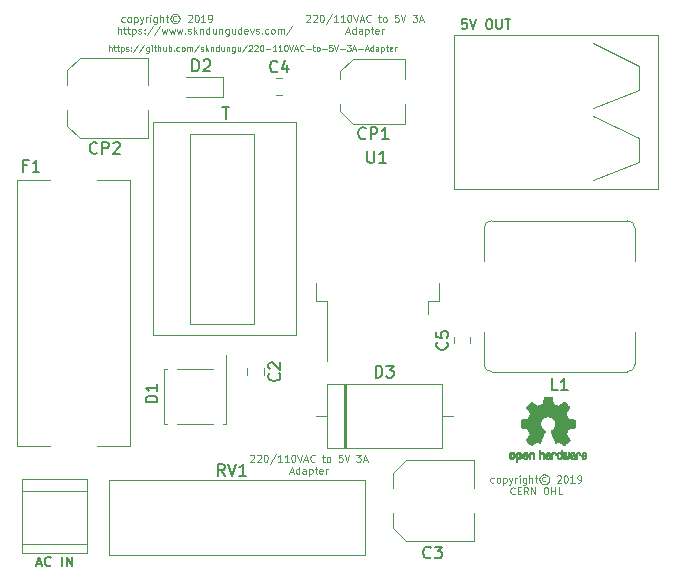
<source format=gbr>
G04 #@! TF.GenerationSoftware,KiCad,Pcbnew,(5.1.2-1)-1*
G04 #@! TF.CreationDate,2019-07-25T11:00:41+03:00*
G04 #@! TF.ProjectId,220_to_5v_charger,3232305f-746f-45f3-9576-5f6368617267,rev?*
G04 #@! TF.SameCoordinates,Original*
G04 #@! TF.FileFunction,Legend,Top*
G04 #@! TF.FilePolarity,Positive*
%FSLAX46Y46*%
G04 Gerber Fmt 4.6, Leading zero omitted, Abs format (unit mm)*
G04 Created by KiCad (PCBNEW (5.1.2-1)-1) date 2019-07-25 11:00:41*
%MOMM*%
%LPD*%
G04 APERTURE LIST*
%ADD10C,0.100000*%
%ADD11C,0.080000*%
%ADD12C,0.010000*%
%ADD13C,0.120000*%
%ADD14C,0.150000*%
G04 APERTURE END LIST*
D10*
X117192857Y-110492857D02*
X117135714Y-110521428D01*
X117021428Y-110521428D01*
X116964285Y-110492857D01*
X116935714Y-110464285D01*
X116907142Y-110407142D01*
X116907142Y-110235714D01*
X116935714Y-110178571D01*
X116964285Y-110150000D01*
X117021428Y-110121428D01*
X117135714Y-110121428D01*
X117192857Y-110150000D01*
X117535714Y-110521428D02*
X117478571Y-110492857D01*
X117450000Y-110464285D01*
X117421428Y-110407142D01*
X117421428Y-110235714D01*
X117450000Y-110178571D01*
X117478571Y-110150000D01*
X117535714Y-110121428D01*
X117621428Y-110121428D01*
X117678571Y-110150000D01*
X117707142Y-110178571D01*
X117735714Y-110235714D01*
X117735714Y-110407142D01*
X117707142Y-110464285D01*
X117678571Y-110492857D01*
X117621428Y-110521428D01*
X117535714Y-110521428D01*
X117992857Y-110121428D02*
X117992857Y-110721428D01*
X117992857Y-110150000D02*
X118050000Y-110121428D01*
X118164285Y-110121428D01*
X118221428Y-110150000D01*
X118250000Y-110178571D01*
X118278571Y-110235714D01*
X118278571Y-110407142D01*
X118250000Y-110464285D01*
X118221428Y-110492857D01*
X118164285Y-110521428D01*
X118050000Y-110521428D01*
X117992857Y-110492857D01*
X118478571Y-110121428D02*
X118621428Y-110521428D01*
X118764285Y-110121428D02*
X118621428Y-110521428D01*
X118564285Y-110664285D01*
X118535714Y-110692857D01*
X118478571Y-110721428D01*
X118992857Y-110521428D02*
X118992857Y-110121428D01*
X118992857Y-110235714D02*
X119021428Y-110178571D01*
X119050000Y-110150000D01*
X119107142Y-110121428D01*
X119164285Y-110121428D01*
X119364285Y-110521428D02*
X119364285Y-110121428D01*
X119364285Y-109921428D02*
X119335714Y-109950000D01*
X119364285Y-109978571D01*
X119392857Y-109950000D01*
X119364285Y-109921428D01*
X119364285Y-109978571D01*
X119907142Y-110121428D02*
X119907142Y-110607142D01*
X119878571Y-110664285D01*
X119850000Y-110692857D01*
X119792857Y-110721428D01*
X119707142Y-110721428D01*
X119650000Y-110692857D01*
X119907142Y-110492857D02*
X119850000Y-110521428D01*
X119735714Y-110521428D01*
X119678571Y-110492857D01*
X119650000Y-110464285D01*
X119621428Y-110407142D01*
X119621428Y-110235714D01*
X119650000Y-110178571D01*
X119678571Y-110150000D01*
X119735714Y-110121428D01*
X119850000Y-110121428D01*
X119907142Y-110150000D01*
X120192857Y-110521428D02*
X120192857Y-109921428D01*
X120450000Y-110521428D02*
X120450000Y-110207142D01*
X120421428Y-110150000D01*
X120364285Y-110121428D01*
X120278571Y-110121428D01*
X120221428Y-110150000D01*
X120192857Y-110178571D01*
X120650000Y-110121428D02*
X120878571Y-110121428D01*
X120735714Y-109921428D02*
X120735714Y-110435714D01*
X120764285Y-110492857D01*
X120821428Y-110521428D01*
X120878571Y-110521428D01*
X121564285Y-110064285D02*
X121507142Y-110035714D01*
X121392857Y-110035714D01*
X121335714Y-110064285D01*
X121278571Y-110121428D01*
X121250000Y-110178571D01*
X121250000Y-110292857D01*
X121278571Y-110350000D01*
X121335714Y-110407142D01*
X121392857Y-110435714D01*
X121507142Y-110435714D01*
X121564285Y-110407142D01*
X121450000Y-109835714D02*
X121307142Y-109864285D01*
X121164285Y-109950000D01*
X121078571Y-110092857D01*
X121050000Y-110235714D01*
X121078571Y-110378571D01*
X121164285Y-110521428D01*
X121307142Y-110607142D01*
X121450000Y-110635714D01*
X121592857Y-110607142D01*
X121735714Y-110521428D01*
X121821428Y-110378571D01*
X121850000Y-110235714D01*
X121821428Y-110092857D01*
X121735714Y-109950000D01*
X121592857Y-109864285D01*
X121450000Y-109835714D01*
X122535714Y-109978571D02*
X122564285Y-109950000D01*
X122621428Y-109921428D01*
X122764285Y-109921428D01*
X122821428Y-109950000D01*
X122850000Y-109978571D01*
X122878571Y-110035714D01*
X122878571Y-110092857D01*
X122850000Y-110178571D01*
X122507142Y-110521428D01*
X122878571Y-110521428D01*
X123250000Y-109921428D02*
X123307142Y-109921428D01*
X123364285Y-109950000D01*
X123392857Y-109978571D01*
X123421428Y-110035714D01*
X123450000Y-110150000D01*
X123450000Y-110292857D01*
X123421428Y-110407142D01*
X123392857Y-110464285D01*
X123364285Y-110492857D01*
X123307142Y-110521428D01*
X123250000Y-110521428D01*
X123192857Y-110492857D01*
X123164285Y-110464285D01*
X123135714Y-110407142D01*
X123107142Y-110292857D01*
X123107142Y-110150000D01*
X123135714Y-110035714D01*
X123164285Y-109978571D01*
X123192857Y-109950000D01*
X123250000Y-109921428D01*
X124021428Y-110521428D02*
X123678571Y-110521428D01*
X123850000Y-110521428D02*
X123850000Y-109921428D01*
X123792857Y-110007142D01*
X123735714Y-110064285D01*
X123678571Y-110092857D01*
X124307142Y-110521428D02*
X124421428Y-110521428D01*
X124478571Y-110492857D01*
X124507142Y-110464285D01*
X124564285Y-110378571D01*
X124592857Y-110264285D01*
X124592857Y-110035714D01*
X124564285Y-109978571D01*
X124535714Y-109950000D01*
X124478571Y-109921428D01*
X124364285Y-109921428D01*
X124307142Y-109950000D01*
X124278571Y-109978571D01*
X124250000Y-110035714D01*
X124250000Y-110178571D01*
X124278571Y-110235714D01*
X124307142Y-110264285D01*
X124364285Y-110292857D01*
X124478571Y-110292857D01*
X124535714Y-110264285D01*
X124564285Y-110235714D01*
X124592857Y-110178571D01*
X118950000Y-111464285D02*
X118921428Y-111492857D01*
X118835714Y-111521428D01*
X118778571Y-111521428D01*
X118692857Y-111492857D01*
X118635714Y-111435714D01*
X118607142Y-111378571D01*
X118578571Y-111264285D01*
X118578571Y-111178571D01*
X118607142Y-111064285D01*
X118635714Y-111007142D01*
X118692857Y-110950000D01*
X118778571Y-110921428D01*
X118835714Y-110921428D01*
X118921428Y-110950000D01*
X118950000Y-110978571D01*
X119207142Y-111207142D02*
X119407142Y-111207142D01*
X119492857Y-111521428D02*
X119207142Y-111521428D01*
X119207142Y-110921428D01*
X119492857Y-110921428D01*
X120092857Y-111521428D02*
X119892857Y-111235714D01*
X119750000Y-111521428D02*
X119750000Y-110921428D01*
X119978571Y-110921428D01*
X120035714Y-110950000D01*
X120064285Y-110978571D01*
X120092857Y-111035714D01*
X120092857Y-111121428D01*
X120064285Y-111178571D01*
X120035714Y-111207142D01*
X119978571Y-111235714D01*
X119750000Y-111235714D01*
X120350000Y-111521428D02*
X120350000Y-110921428D01*
X120692857Y-111521428D01*
X120692857Y-110921428D01*
X121550000Y-110921428D02*
X121664285Y-110921428D01*
X121721428Y-110950000D01*
X121778571Y-111007142D01*
X121807142Y-111121428D01*
X121807142Y-111321428D01*
X121778571Y-111435714D01*
X121721428Y-111492857D01*
X121664285Y-111521428D01*
X121550000Y-111521428D01*
X121492857Y-111492857D01*
X121435714Y-111435714D01*
X121407142Y-111321428D01*
X121407142Y-111121428D01*
X121435714Y-111007142D01*
X121492857Y-110950000D01*
X121550000Y-110921428D01*
X122064285Y-111521428D02*
X122064285Y-110921428D01*
X122064285Y-111207142D02*
X122407142Y-111207142D01*
X122407142Y-111521428D02*
X122407142Y-110921428D01*
X122978571Y-111521428D02*
X122692857Y-111521428D01*
X122692857Y-110921428D01*
D11*
X84607142Y-73976190D02*
X84607142Y-73476190D01*
X84821428Y-73976190D02*
X84821428Y-73714285D01*
X84797619Y-73666666D01*
X84750000Y-73642857D01*
X84678571Y-73642857D01*
X84630952Y-73666666D01*
X84607142Y-73690476D01*
X84988095Y-73642857D02*
X85178571Y-73642857D01*
X85059523Y-73476190D02*
X85059523Y-73904761D01*
X85083333Y-73952380D01*
X85130952Y-73976190D01*
X85178571Y-73976190D01*
X85273809Y-73642857D02*
X85464285Y-73642857D01*
X85345238Y-73476190D02*
X85345238Y-73904761D01*
X85369047Y-73952380D01*
X85416666Y-73976190D01*
X85464285Y-73976190D01*
X85630952Y-73642857D02*
X85630952Y-74142857D01*
X85630952Y-73666666D02*
X85678571Y-73642857D01*
X85773809Y-73642857D01*
X85821428Y-73666666D01*
X85845238Y-73690476D01*
X85869047Y-73738095D01*
X85869047Y-73880952D01*
X85845238Y-73928571D01*
X85821428Y-73952380D01*
X85773809Y-73976190D01*
X85678571Y-73976190D01*
X85630952Y-73952380D01*
X86059523Y-73952380D02*
X86107142Y-73976190D01*
X86202380Y-73976190D01*
X86250000Y-73952380D01*
X86273809Y-73904761D01*
X86273809Y-73880952D01*
X86250000Y-73833333D01*
X86202380Y-73809523D01*
X86130952Y-73809523D01*
X86083333Y-73785714D01*
X86059523Y-73738095D01*
X86059523Y-73714285D01*
X86083333Y-73666666D01*
X86130952Y-73642857D01*
X86202380Y-73642857D01*
X86250000Y-73666666D01*
X86488095Y-73928571D02*
X86511904Y-73952380D01*
X86488095Y-73976190D01*
X86464285Y-73952380D01*
X86488095Y-73928571D01*
X86488095Y-73976190D01*
X86488095Y-73666666D02*
X86511904Y-73690476D01*
X86488095Y-73714285D01*
X86464285Y-73690476D01*
X86488095Y-73666666D01*
X86488095Y-73714285D01*
X87083333Y-73452380D02*
X86654761Y-74095238D01*
X87607142Y-73452380D02*
X87178571Y-74095238D01*
X87988095Y-73642857D02*
X87988095Y-74047619D01*
X87964285Y-74095238D01*
X87940476Y-74119047D01*
X87892857Y-74142857D01*
X87821428Y-74142857D01*
X87773809Y-74119047D01*
X87988095Y-73952380D02*
X87940476Y-73976190D01*
X87845238Y-73976190D01*
X87797619Y-73952380D01*
X87773809Y-73928571D01*
X87750000Y-73880952D01*
X87750000Y-73738095D01*
X87773809Y-73690476D01*
X87797619Y-73666666D01*
X87845238Y-73642857D01*
X87940476Y-73642857D01*
X87988095Y-73666666D01*
X88226190Y-73976190D02*
X88226190Y-73642857D01*
X88226190Y-73476190D02*
X88202380Y-73500000D01*
X88226190Y-73523809D01*
X88250000Y-73500000D01*
X88226190Y-73476190D01*
X88226190Y-73523809D01*
X88392857Y-73642857D02*
X88583333Y-73642857D01*
X88464285Y-73476190D02*
X88464285Y-73904761D01*
X88488095Y-73952380D01*
X88535714Y-73976190D01*
X88583333Y-73976190D01*
X88750000Y-73976190D02*
X88750000Y-73476190D01*
X88964285Y-73976190D02*
X88964285Y-73714285D01*
X88940476Y-73666666D01*
X88892857Y-73642857D01*
X88821428Y-73642857D01*
X88773809Y-73666666D01*
X88750000Y-73690476D01*
X89416666Y-73642857D02*
X89416666Y-73976190D01*
X89202380Y-73642857D02*
X89202380Y-73904761D01*
X89226190Y-73952380D01*
X89273809Y-73976190D01*
X89345238Y-73976190D01*
X89392857Y-73952380D01*
X89416666Y-73928571D01*
X89654761Y-73976190D02*
X89654761Y-73476190D01*
X89654761Y-73666666D02*
X89702380Y-73642857D01*
X89797619Y-73642857D01*
X89845238Y-73666666D01*
X89869047Y-73690476D01*
X89892857Y-73738095D01*
X89892857Y-73880952D01*
X89869047Y-73928571D01*
X89845238Y-73952380D01*
X89797619Y-73976190D01*
X89702380Y-73976190D01*
X89654761Y-73952380D01*
X90107142Y-73928571D02*
X90130952Y-73952380D01*
X90107142Y-73976190D01*
X90083333Y-73952380D01*
X90107142Y-73928571D01*
X90107142Y-73976190D01*
X90559523Y-73952380D02*
X90511904Y-73976190D01*
X90416666Y-73976190D01*
X90369047Y-73952380D01*
X90345238Y-73928571D01*
X90321428Y-73880952D01*
X90321428Y-73738095D01*
X90345238Y-73690476D01*
X90369047Y-73666666D01*
X90416666Y-73642857D01*
X90511904Y-73642857D01*
X90559523Y-73666666D01*
X90845238Y-73976190D02*
X90797619Y-73952380D01*
X90773809Y-73928571D01*
X90750000Y-73880952D01*
X90750000Y-73738095D01*
X90773809Y-73690476D01*
X90797619Y-73666666D01*
X90845238Y-73642857D01*
X90916666Y-73642857D01*
X90964285Y-73666666D01*
X90988095Y-73690476D01*
X91011904Y-73738095D01*
X91011904Y-73880952D01*
X90988095Y-73928571D01*
X90964285Y-73952380D01*
X90916666Y-73976190D01*
X90845238Y-73976190D01*
X91226190Y-73976190D02*
X91226190Y-73642857D01*
X91226190Y-73690476D02*
X91250000Y-73666666D01*
X91297619Y-73642857D01*
X91369047Y-73642857D01*
X91416666Y-73666666D01*
X91440476Y-73714285D01*
X91440476Y-73976190D01*
X91440476Y-73714285D02*
X91464285Y-73666666D01*
X91511904Y-73642857D01*
X91583333Y-73642857D01*
X91630952Y-73666666D01*
X91654761Y-73714285D01*
X91654761Y-73976190D01*
X92250000Y-73452380D02*
X91821428Y-74095238D01*
X92392857Y-73952380D02*
X92440476Y-73976190D01*
X92535714Y-73976190D01*
X92583333Y-73952380D01*
X92607142Y-73904761D01*
X92607142Y-73880952D01*
X92583333Y-73833333D01*
X92535714Y-73809523D01*
X92464285Y-73809523D01*
X92416666Y-73785714D01*
X92392857Y-73738095D01*
X92392857Y-73714285D01*
X92416666Y-73666666D01*
X92464285Y-73642857D01*
X92535714Y-73642857D01*
X92583333Y-73666666D01*
X92821428Y-73976190D02*
X92821428Y-73476190D01*
X92869047Y-73785714D02*
X93011904Y-73976190D01*
X93011904Y-73642857D02*
X92821428Y-73833333D01*
X93226190Y-73642857D02*
X93226190Y-73976190D01*
X93226190Y-73690476D02*
X93250000Y-73666666D01*
X93297619Y-73642857D01*
X93369047Y-73642857D01*
X93416666Y-73666666D01*
X93440476Y-73714285D01*
X93440476Y-73976190D01*
X93892857Y-73976190D02*
X93892857Y-73476190D01*
X93892857Y-73952380D02*
X93845238Y-73976190D01*
X93750000Y-73976190D01*
X93702380Y-73952380D01*
X93678571Y-73928571D01*
X93654761Y-73880952D01*
X93654761Y-73738095D01*
X93678571Y-73690476D01*
X93702380Y-73666666D01*
X93750000Y-73642857D01*
X93845238Y-73642857D01*
X93892857Y-73666666D01*
X94345238Y-73642857D02*
X94345238Y-73976190D01*
X94130952Y-73642857D02*
X94130952Y-73904761D01*
X94154761Y-73952380D01*
X94202380Y-73976190D01*
X94273809Y-73976190D01*
X94321428Y-73952380D01*
X94345238Y-73928571D01*
X94583333Y-73642857D02*
X94583333Y-73976190D01*
X94583333Y-73690476D02*
X94607142Y-73666666D01*
X94654761Y-73642857D01*
X94726190Y-73642857D01*
X94773809Y-73666666D01*
X94797619Y-73714285D01*
X94797619Y-73976190D01*
X95250000Y-73642857D02*
X95250000Y-74047619D01*
X95226190Y-74095238D01*
X95202380Y-74119047D01*
X95154761Y-74142857D01*
X95083333Y-74142857D01*
X95035714Y-74119047D01*
X95250000Y-73952380D02*
X95202380Y-73976190D01*
X95107142Y-73976190D01*
X95059523Y-73952380D01*
X95035714Y-73928571D01*
X95011904Y-73880952D01*
X95011904Y-73738095D01*
X95035714Y-73690476D01*
X95059523Y-73666666D01*
X95107142Y-73642857D01*
X95202380Y-73642857D01*
X95250000Y-73666666D01*
X95702380Y-73642857D02*
X95702380Y-73976190D01*
X95488095Y-73642857D02*
X95488095Y-73904761D01*
X95511904Y-73952380D01*
X95559523Y-73976190D01*
X95630952Y-73976190D01*
X95678571Y-73952380D01*
X95702380Y-73928571D01*
X96297619Y-73452380D02*
X95869047Y-74095238D01*
X96440476Y-73523809D02*
X96464285Y-73500000D01*
X96511904Y-73476190D01*
X96630952Y-73476190D01*
X96678571Y-73500000D01*
X96702380Y-73523809D01*
X96726190Y-73571428D01*
X96726190Y-73619047D01*
X96702380Y-73690476D01*
X96416666Y-73976190D01*
X96726190Y-73976190D01*
X96916666Y-73523809D02*
X96940476Y-73500000D01*
X96988095Y-73476190D01*
X97107142Y-73476190D01*
X97154761Y-73500000D01*
X97178571Y-73523809D01*
X97202380Y-73571428D01*
X97202380Y-73619047D01*
X97178571Y-73690476D01*
X96892857Y-73976190D01*
X97202380Y-73976190D01*
X97511904Y-73476190D02*
X97559523Y-73476190D01*
X97607142Y-73500000D01*
X97630952Y-73523809D01*
X97654761Y-73571428D01*
X97678571Y-73666666D01*
X97678571Y-73785714D01*
X97654761Y-73880952D01*
X97630952Y-73928571D01*
X97607142Y-73952380D01*
X97559523Y-73976190D01*
X97511904Y-73976190D01*
X97464285Y-73952380D01*
X97440476Y-73928571D01*
X97416666Y-73880952D01*
X97392857Y-73785714D01*
X97392857Y-73666666D01*
X97416666Y-73571428D01*
X97440476Y-73523809D01*
X97464285Y-73500000D01*
X97511904Y-73476190D01*
X97892857Y-73785714D02*
X98273809Y-73785714D01*
X98773809Y-73976190D02*
X98488095Y-73976190D01*
X98630952Y-73976190D02*
X98630952Y-73476190D01*
X98583333Y-73547619D01*
X98535714Y-73595238D01*
X98488095Y-73619047D01*
X99250000Y-73976190D02*
X98964285Y-73976190D01*
X99107142Y-73976190D02*
X99107142Y-73476190D01*
X99059523Y-73547619D01*
X99011904Y-73595238D01*
X98964285Y-73619047D01*
X99559523Y-73476190D02*
X99607142Y-73476190D01*
X99654761Y-73500000D01*
X99678571Y-73523809D01*
X99702380Y-73571428D01*
X99726190Y-73666666D01*
X99726190Y-73785714D01*
X99702380Y-73880952D01*
X99678571Y-73928571D01*
X99654761Y-73952380D01*
X99607142Y-73976190D01*
X99559523Y-73976190D01*
X99511904Y-73952380D01*
X99488095Y-73928571D01*
X99464285Y-73880952D01*
X99440476Y-73785714D01*
X99440476Y-73666666D01*
X99464285Y-73571428D01*
X99488095Y-73523809D01*
X99511904Y-73500000D01*
X99559523Y-73476190D01*
X99869047Y-73476190D02*
X100035714Y-73976190D01*
X100202380Y-73476190D01*
X100345238Y-73833333D02*
X100583333Y-73833333D01*
X100297619Y-73976190D02*
X100464285Y-73476190D01*
X100630952Y-73976190D01*
X101083333Y-73928571D02*
X101059523Y-73952380D01*
X100988095Y-73976190D01*
X100940476Y-73976190D01*
X100869047Y-73952380D01*
X100821428Y-73904761D01*
X100797619Y-73857142D01*
X100773809Y-73761904D01*
X100773809Y-73690476D01*
X100797619Y-73595238D01*
X100821428Y-73547619D01*
X100869047Y-73500000D01*
X100940476Y-73476190D01*
X100988095Y-73476190D01*
X101059523Y-73500000D01*
X101083333Y-73523809D01*
X101297619Y-73785714D02*
X101678571Y-73785714D01*
X101845238Y-73642857D02*
X102035714Y-73642857D01*
X101916666Y-73476190D02*
X101916666Y-73904761D01*
X101940476Y-73952380D01*
X101988095Y-73976190D01*
X102035714Y-73976190D01*
X102273809Y-73976190D02*
X102226190Y-73952380D01*
X102202380Y-73928571D01*
X102178571Y-73880952D01*
X102178571Y-73738095D01*
X102202380Y-73690476D01*
X102226190Y-73666666D01*
X102273809Y-73642857D01*
X102345238Y-73642857D01*
X102392857Y-73666666D01*
X102416666Y-73690476D01*
X102440476Y-73738095D01*
X102440476Y-73880952D01*
X102416666Y-73928571D01*
X102392857Y-73952380D01*
X102345238Y-73976190D01*
X102273809Y-73976190D01*
X102654761Y-73785714D02*
X103035714Y-73785714D01*
X103511904Y-73476190D02*
X103273809Y-73476190D01*
X103250000Y-73714285D01*
X103273809Y-73690476D01*
X103321428Y-73666666D01*
X103440476Y-73666666D01*
X103488095Y-73690476D01*
X103511904Y-73714285D01*
X103535714Y-73761904D01*
X103535714Y-73880952D01*
X103511904Y-73928571D01*
X103488095Y-73952380D01*
X103440476Y-73976190D01*
X103321428Y-73976190D01*
X103273809Y-73952380D01*
X103250000Y-73928571D01*
X103678571Y-73476190D02*
X103845238Y-73976190D01*
X104011904Y-73476190D01*
X104178571Y-73785714D02*
X104559523Y-73785714D01*
X104750000Y-73476190D02*
X105059523Y-73476190D01*
X104892857Y-73666666D01*
X104964285Y-73666666D01*
X105011904Y-73690476D01*
X105035714Y-73714285D01*
X105059523Y-73761904D01*
X105059523Y-73880952D01*
X105035714Y-73928571D01*
X105011904Y-73952380D01*
X104964285Y-73976190D01*
X104821428Y-73976190D01*
X104773809Y-73952380D01*
X104750000Y-73928571D01*
X105250000Y-73833333D02*
X105488095Y-73833333D01*
X105202380Y-73976190D02*
X105369047Y-73476190D01*
X105535714Y-73976190D01*
X105702380Y-73785714D02*
X106083333Y-73785714D01*
X106297619Y-73833333D02*
X106535714Y-73833333D01*
X106250000Y-73976190D02*
X106416666Y-73476190D01*
X106583333Y-73976190D01*
X106964285Y-73976190D02*
X106964285Y-73476190D01*
X106964285Y-73952380D02*
X106916666Y-73976190D01*
X106821428Y-73976190D01*
X106773809Y-73952380D01*
X106750000Y-73928571D01*
X106726190Y-73880952D01*
X106726190Y-73738095D01*
X106750000Y-73690476D01*
X106773809Y-73666666D01*
X106821428Y-73642857D01*
X106916666Y-73642857D01*
X106964285Y-73666666D01*
X107416666Y-73976190D02*
X107416666Y-73714285D01*
X107392857Y-73666666D01*
X107345238Y-73642857D01*
X107250000Y-73642857D01*
X107202380Y-73666666D01*
X107416666Y-73952380D02*
X107369047Y-73976190D01*
X107250000Y-73976190D01*
X107202380Y-73952380D01*
X107178571Y-73904761D01*
X107178571Y-73857142D01*
X107202380Y-73809523D01*
X107250000Y-73785714D01*
X107369047Y-73785714D01*
X107416666Y-73761904D01*
X107654761Y-73642857D02*
X107654761Y-74142857D01*
X107654761Y-73666666D02*
X107702380Y-73642857D01*
X107797619Y-73642857D01*
X107845238Y-73666666D01*
X107869047Y-73690476D01*
X107892857Y-73738095D01*
X107892857Y-73880952D01*
X107869047Y-73928571D01*
X107845238Y-73952380D01*
X107797619Y-73976190D01*
X107702380Y-73976190D01*
X107654761Y-73952380D01*
X108035714Y-73642857D02*
X108226190Y-73642857D01*
X108107142Y-73476190D02*
X108107142Y-73904761D01*
X108130952Y-73952380D01*
X108178571Y-73976190D01*
X108226190Y-73976190D01*
X108583333Y-73952380D02*
X108535714Y-73976190D01*
X108440476Y-73976190D01*
X108392857Y-73952380D01*
X108369047Y-73904761D01*
X108369047Y-73714285D01*
X108392857Y-73666666D01*
X108440476Y-73642857D01*
X108535714Y-73642857D01*
X108583333Y-73666666D01*
X108607142Y-73714285D01*
X108607142Y-73761904D01*
X108369047Y-73809523D01*
X108821428Y-73976190D02*
X108821428Y-73642857D01*
X108821428Y-73738095D02*
X108845238Y-73690476D01*
X108869047Y-73666666D01*
X108916666Y-73642857D01*
X108964285Y-73642857D01*
D10*
X96557142Y-108228571D02*
X96585714Y-108200000D01*
X96642857Y-108171428D01*
X96785714Y-108171428D01*
X96842857Y-108200000D01*
X96871428Y-108228571D01*
X96900000Y-108285714D01*
X96900000Y-108342857D01*
X96871428Y-108428571D01*
X96528571Y-108771428D01*
X96900000Y-108771428D01*
X97128571Y-108228571D02*
X97157142Y-108200000D01*
X97214285Y-108171428D01*
X97357142Y-108171428D01*
X97414285Y-108200000D01*
X97442857Y-108228571D01*
X97471428Y-108285714D01*
X97471428Y-108342857D01*
X97442857Y-108428571D01*
X97100000Y-108771428D01*
X97471428Y-108771428D01*
X97842857Y-108171428D02*
X97900000Y-108171428D01*
X97957142Y-108200000D01*
X97985714Y-108228571D01*
X98014285Y-108285714D01*
X98042857Y-108400000D01*
X98042857Y-108542857D01*
X98014285Y-108657142D01*
X97985714Y-108714285D01*
X97957142Y-108742857D01*
X97900000Y-108771428D01*
X97842857Y-108771428D01*
X97785714Y-108742857D01*
X97757142Y-108714285D01*
X97728571Y-108657142D01*
X97700000Y-108542857D01*
X97700000Y-108400000D01*
X97728571Y-108285714D01*
X97757142Y-108228571D01*
X97785714Y-108200000D01*
X97842857Y-108171428D01*
X98728571Y-108142857D02*
X98214285Y-108914285D01*
X99242857Y-108771428D02*
X98900000Y-108771428D01*
X99071428Y-108771428D02*
X99071428Y-108171428D01*
X99014285Y-108257142D01*
X98957142Y-108314285D01*
X98900000Y-108342857D01*
X99814285Y-108771428D02*
X99471428Y-108771428D01*
X99642857Y-108771428D02*
X99642857Y-108171428D01*
X99585714Y-108257142D01*
X99528571Y-108314285D01*
X99471428Y-108342857D01*
X100185714Y-108171428D02*
X100242857Y-108171428D01*
X100300000Y-108200000D01*
X100328571Y-108228571D01*
X100357142Y-108285714D01*
X100385714Y-108400000D01*
X100385714Y-108542857D01*
X100357142Y-108657142D01*
X100328571Y-108714285D01*
X100300000Y-108742857D01*
X100242857Y-108771428D01*
X100185714Y-108771428D01*
X100128571Y-108742857D01*
X100100000Y-108714285D01*
X100071428Y-108657142D01*
X100042857Y-108542857D01*
X100042857Y-108400000D01*
X100071428Y-108285714D01*
X100100000Y-108228571D01*
X100128571Y-108200000D01*
X100185714Y-108171428D01*
X100557142Y-108171428D02*
X100757142Y-108771428D01*
X100957142Y-108171428D01*
X101128571Y-108600000D02*
X101414285Y-108600000D01*
X101071428Y-108771428D02*
X101271428Y-108171428D01*
X101471428Y-108771428D01*
X102014285Y-108714285D02*
X101985714Y-108742857D01*
X101900000Y-108771428D01*
X101842857Y-108771428D01*
X101757142Y-108742857D01*
X101700000Y-108685714D01*
X101671428Y-108628571D01*
X101642857Y-108514285D01*
X101642857Y-108428571D01*
X101671428Y-108314285D01*
X101700000Y-108257142D01*
X101757142Y-108200000D01*
X101842857Y-108171428D01*
X101900000Y-108171428D01*
X101985714Y-108200000D01*
X102014285Y-108228571D01*
X102642857Y-108371428D02*
X102871428Y-108371428D01*
X102728571Y-108171428D02*
X102728571Y-108685714D01*
X102757142Y-108742857D01*
X102814285Y-108771428D01*
X102871428Y-108771428D01*
X103157142Y-108771428D02*
X103100000Y-108742857D01*
X103071428Y-108714285D01*
X103042857Y-108657142D01*
X103042857Y-108485714D01*
X103071428Y-108428571D01*
X103100000Y-108400000D01*
X103157142Y-108371428D01*
X103242857Y-108371428D01*
X103300000Y-108400000D01*
X103328571Y-108428571D01*
X103357142Y-108485714D01*
X103357142Y-108657142D01*
X103328571Y-108714285D01*
X103300000Y-108742857D01*
X103242857Y-108771428D01*
X103157142Y-108771428D01*
X104357142Y-108171428D02*
X104071428Y-108171428D01*
X104042857Y-108457142D01*
X104071428Y-108428571D01*
X104128571Y-108400000D01*
X104271428Y-108400000D01*
X104328571Y-108428571D01*
X104357142Y-108457142D01*
X104385714Y-108514285D01*
X104385714Y-108657142D01*
X104357142Y-108714285D01*
X104328571Y-108742857D01*
X104271428Y-108771428D01*
X104128571Y-108771428D01*
X104071428Y-108742857D01*
X104042857Y-108714285D01*
X104557142Y-108171428D02*
X104757142Y-108771428D01*
X104957142Y-108171428D01*
X105557142Y-108171428D02*
X105928571Y-108171428D01*
X105728571Y-108400000D01*
X105814285Y-108400000D01*
X105871428Y-108428571D01*
X105900000Y-108457142D01*
X105928571Y-108514285D01*
X105928571Y-108657142D01*
X105900000Y-108714285D01*
X105871428Y-108742857D01*
X105814285Y-108771428D01*
X105642857Y-108771428D01*
X105585714Y-108742857D01*
X105557142Y-108714285D01*
X106157142Y-108600000D02*
X106442857Y-108600000D01*
X106100000Y-108771428D02*
X106300000Y-108171428D01*
X106500000Y-108771428D01*
X99928571Y-109600000D02*
X100214285Y-109600000D01*
X99871428Y-109771428D02*
X100071428Y-109171428D01*
X100271428Y-109771428D01*
X100728571Y-109771428D02*
X100728571Y-109171428D01*
X100728571Y-109742857D02*
X100671428Y-109771428D01*
X100557142Y-109771428D01*
X100500000Y-109742857D01*
X100471428Y-109714285D01*
X100442857Y-109657142D01*
X100442857Y-109485714D01*
X100471428Y-109428571D01*
X100500000Y-109400000D01*
X100557142Y-109371428D01*
X100671428Y-109371428D01*
X100728571Y-109400000D01*
X101271428Y-109771428D02*
X101271428Y-109457142D01*
X101242857Y-109400000D01*
X101185714Y-109371428D01*
X101071428Y-109371428D01*
X101014285Y-109400000D01*
X101271428Y-109742857D02*
X101214285Y-109771428D01*
X101071428Y-109771428D01*
X101014285Y-109742857D01*
X100985714Y-109685714D01*
X100985714Y-109628571D01*
X101014285Y-109571428D01*
X101071428Y-109542857D01*
X101214285Y-109542857D01*
X101271428Y-109514285D01*
X101557142Y-109371428D02*
X101557142Y-109971428D01*
X101557142Y-109400000D02*
X101614285Y-109371428D01*
X101728571Y-109371428D01*
X101785714Y-109400000D01*
X101814285Y-109428571D01*
X101842857Y-109485714D01*
X101842857Y-109657142D01*
X101814285Y-109714285D01*
X101785714Y-109742857D01*
X101728571Y-109771428D01*
X101614285Y-109771428D01*
X101557142Y-109742857D01*
X102014285Y-109371428D02*
X102242857Y-109371428D01*
X102100000Y-109171428D02*
X102100000Y-109685714D01*
X102128571Y-109742857D01*
X102185714Y-109771428D01*
X102242857Y-109771428D01*
X102671428Y-109742857D02*
X102614285Y-109771428D01*
X102500000Y-109771428D01*
X102442857Y-109742857D01*
X102414285Y-109685714D01*
X102414285Y-109457142D01*
X102442857Y-109400000D01*
X102500000Y-109371428D01*
X102614285Y-109371428D01*
X102671428Y-109400000D01*
X102700000Y-109457142D01*
X102700000Y-109514285D01*
X102414285Y-109571428D01*
X102957142Y-109771428D02*
X102957142Y-109371428D01*
X102957142Y-109485714D02*
X102985714Y-109428571D01*
X103014285Y-109400000D01*
X103071428Y-109371428D01*
X103128571Y-109371428D01*
X101307142Y-70978571D02*
X101335714Y-70950000D01*
X101392857Y-70921428D01*
X101535714Y-70921428D01*
X101592857Y-70950000D01*
X101621428Y-70978571D01*
X101650000Y-71035714D01*
X101650000Y-71092857D01*
X101621428Y-71178571D01*
X101278571Y-71521428D01*
X101650000Y-71521428D01*
X101878571Y-70978571D02*
X101907142Y-70950000D01*
X101964285Y-70921428D01*
X102107142Y-70921428D01*
X102164285Y-70950000D01*
X102192857Y-70978571D01*
X102221428Y-71035714D01*
X102221428Y-71092857D01*
X102192857Y-71178571D01*
X101850000Y-71521428D01*
X102221428Y-71521428D01*
X102592857Y-70921428D02*
X102650000Y-70921428D01*
X102707142Y-70950000D01*
X102735714Y-70978571D01*
X102764285Y-71035714D01*
X102792857Y-71150000D01*
X102792857Y-71292857D01*
X102764285Y-71407142D01*
X102735714Y-71464285D01*
X102707142Y-71492857D01*
X102650000Y-71521428D01*
X102592857Y-71521428D01*
X102535714Y-71492857D01*
X102507142Y-71464285D01*
X102478571Y-71407142D01*
X102450000Y-71292857D01*
X102450000Y-71150000D01*
X102478571Y-71035714D01*
X102507142Y-70978571D01*
X102535714Y-70950000D01*
X102592857Y-70921428D01*
X103478571Y-70892857D02*
X102964285Y-71664285D01*
X103992857Y-71521428D02*
X103650000Y-71521428D01*
X103821428Y-71521428D02*
X103821428Y-70921428D01*
X103764285Y-71007142D01*
X103707142Y-71064285D01*
X103650000Y-71092857D01*
X104564285Y-71521428D02*
X104221428Y-71521428D01*
X104392857Y-71521428D02*
X104392857Y-70921428D01*
X104335714Y-71007142D01*
X104278571Y-71064285D01*
X104221428Y-71092857D01*
X104935714Y-70921428D02*
X104992857Y-70921428D01*
X105050000Y-70950000D01*
X105078571Y-70978571D01*
X105107142Y-71035714D01*
X105135714Y-71150000D01*
X105135714Y-71292857D01*
X105107142Y-71407142D01*
X105078571Y-71464285D01*
X105050000Y-71492857D01*
X104992857Y-71521428D01*
X104935714Y-71521428D01*
X104878571Y-71492857D01*
X104850000Y-71464285D01*
X104821428Y-71407142D01*
X104792857Y-71292857D01*
X104792857Y-71150000D01*
X104821428Y-71035714D01*
X104850000Y-70978571D01*
X104878571Y-70950000D01*
X104935714Y-70921428D01*
X105307142Y-70921428D02*
X105507142Y-71521428D01*
X105707142Y-70921428D01*
X105878571Y-71350000D02*
X106164285Y-71350000D01*
X105821428Y-71521428D02*
X106021428Y-70921428D01*
X106221428Y-71521428D01*
X106764285Y-71464285D02*
X106735714Y-71492857D01*
X106650000Y-71521428D01*
X106592857Y-71521428D01*
X106507142Y-71492857D01*
X106450000Y-71435714D01*
X106421428Y-71378571D01*
X106392857Y-71264285D01*
X106392857Y-71178571D01*
X106421428Y-71064285D01*
X106450000Y-71007142D01*
X106507142Y-70950000D01*
X106592857Y-70921428D01*
X106650000Y-70921428D01*
X106735714Y-70950000D01*
X106764285Y-70978571D01*
X107392857Y-71121428D02*
X107621428Y-71121428D01*
X107478571Y-70921428D02*
X107478571Y-71435714D01*
X107507142Y-71492857D01*
X107564285Y-71521428D01*
X107621428Y-71521428D01*
X107907142Y-71521428D02*
X107850000Y-71492857D01*
X107821428Y-71464285D01*
X107792857Y-71407142D01*
X107792857Y-71235714D01*
X107821428Y-71178571D01*
X107850000Y-71150000D01*
X107907142Y-71121428D01*
X107992857Y-71121428D01*
X108050000Y-71150000D01*
X108078571Y-71178571D01*
X108107142Y-71235714D01*
X108107142Y-71407142D01*
X108078571Y-71464285D01*
X108050000Y-71492857D01*
X107992857Y-71521428D01*
X107907142Y-71521428D01*
X109107142Y-70921428D02*
X108821428Y-70921428D01*
X108792857Y-71207142D01*
X108821428Y-71178571D01*
X108878571Y-71150000D01*
X109021428Y-71150000D01*
X109078571Y-71178571D01*
X109107142Y-71207142D01*
X109135714Y-71264285D01*
X109135714Y-71407142D01*
X109107142Y-71464285D01*
X109078571Y-71492857D01*
X109021428Y-71521428D01*
X108878571Y-71521428D01*
X108821428Y-71492857D01*
X108792857Y-71464285D01*
X109307142Y-70921428D02*
X109507142Y-71521428D01*
X109707142Y-70921428D01*
X110307142Y-70921428D02*
X110678571Y-70921428D01*
X110478571Y-71150000D01*
X110564285Y-71150000D01*
X110621428Y-71178571D01*
X110650000Y-71207142D01*
X110678571Y-71264285D01*
X110678571Y-71407142D01*
X110650000Y-71464285D01*
X110621428Y-71492857D01*
X110564285Y-71521428D01*
X110392857Y-71521428D01*
X110335714Y-71492857D01*
X110307142Y-71464285D01*
X110907142Y-71350000D02*
X111192857Y-71350000D01*
X110850000Y-71521428D02*
X111050000Y-70921428D01*
X111250000Y-71521428D01*
X104678571Y-72350000D02*
X104964285Y-72350000D01*
X104621428Y-72521428D02*
X104821428Y-71921428D01*
X105021428Y-72521428D01*
X105478571Y-72521428D02*
X105478571Y-71921428D01*
X105478571Y-72492857D02*
X105421428Y-72521428D01*
X105307142Y-72521428D01*
X105250000Y-72492857D01*
X105221428Y-72464285D01*
X105192857Y-72407142D01*
X105192857Y-72235714D01*
X105221428Y-72178571D01*
X105250000Y-72150000D01*
X105307142Y-72121428D01*
X105421428Y-72121428D01*
X105478571Y-72150000D01*
X106021428Y-72521428D02*
X106021428Y-72207142D01*
X105992857Y-72150000D01*
X105935714Y-72121428D01*
X105821428Y-72121428D01*
X105764285Y-72150000D01*
X106021428Y-72492857D02*
X105964285Y-72521428D01*
X105821428Y-72521428D01*
X105764285Y-72492857D01*
X105735714Y-72435714D01*
X105735714Y-72378571D01*
X105764285Y-72321428D01*
X105821428Y-72292857D01*
X105964285Y-72292857D01*
X106021428Y-72264285D01*
X106307142Y-72121428D02*
X106307142Y-72721428D01*
X106307142Y-72150000D02*
X106364285Y-72121428D01*
X106478571Y-72121428D01*
X106535714Y-72150000D01*
X106564285Y-72178571D01*
X106592857Y-72235714D01*
X106592857Y-72407142D01*
X106564285Y-72464285D01*
X106535714Y-72492857D01*
X106478571Y-72521428D01*
X106364285Y-72521428D01*
X106307142Y-72492857D01*
X106764285Y-72121428D02*
X106992857Y-72121428D01*
X106850000Y-71921428D02*
X106850000Y-72435714D01*
X106878571Y-72492857D01*
X106935714Y-72521428D01*
X106992857Y-72521428D01*
X107421428Y-72492857D02*
X107364285Y-72521428D01*
X107250000Y-72521428D01*
X107192857Y-72492857D01*
X107164285Y-72435714D01*
X107164285Y-72207142D01*
X107192857Y-72150000D01*
X107250000Y-72121428D01*
X107364285Y-72121428D01*
X107421428Y-72150000D01*
X107450000Y-72207142D01*
X107450000Y-72264285D01*
X107164285Y-72321428D01*
X107707142Y-72521428D02*
X107707142Y-72121428D01*
X107707142Y-72235714D02*
X107735714Y-72178571D01*
X107764285Y-72150000D01*
X107821428Y-72121428D01*
X107878571Y-72121428D01*
X85942857Y-71492857D02*
X85885714Y-71521428D01*
X85771428Y-71521428D01*
X85714285Y-71492857D01*
X85685714Y-71464285D01*
X85657142Y-71407142D01*
X85657142Y-71235714D01*
X85685714Y-71178571D01*
X85714285Y-71150000D01*
X85771428Y-71121428D01*
X85885714Y-71121428D01*
X85942857Y-71150000D01*
X86285714Y-71521428D02*
X86228571Y-71492857D01*
X86200000Y-71464285D01*
X86171428Y-71407142D01*
X86171428Y-71235714D01*
X86200000Y-71178571D01*
X86228571Y-71150000D01*
X86285714Y-71121428D01*
X86371428Y-71121428D01*
X86428571Y-71150000D01*
X86457142Y-71178571D01*
X86485714Y-71235714D01*
X86485714Y-71407142D01*
X86457142Y-71464285D01*
X86428571Y-71492857D01*
X86371428Y-71521428D01*
X86285714Y-71521428D01*
X86742857Y-71121428D02*
X86742857Y-71721428D01*
X86742857Y-71150000D02*
X86800000Y-71121428D01*
X86914285Y-71121428D01*
X86971428Y-71150000D01*
X87000000Y-71178571D01*
X87028571Y-71235714D01*
X87028571Y-71407142D01*
X87000000Y-71464285D01*
X86971428Y-71492857D01*
X86914285Y-71521428D01*
X86800000Y-71521428D01*
X86742857Y-71492857D01*
X87228571Y-71121428D02*
X87371428Y-71521428D01*
X87514285Y-71121428D02*
X87371428Y-71521428D01*
X87314285Y-71664285D01*
X87285714Y-71692857D01*
X87228571Y-71721428D01*
X87742857Y-71521428D02*
X87742857Y-71121428D01*
X87742857Y-71235714D02*
X87771428Y-71178571D01*
X87800000Y-71150000D01*
X87857142Y-71121428D01*
X87914285Y-71121428D01*
X88114285Y-71521428D02*
X88114285Y-71121428D01*
X88114285Y-70921428D02*
X88085714Y-70950000D01*
X88114285Y-70978571D01*
X88142857Y-70950000D01*
X88114285Y-70921428D01*
X88114285Y-70978571D01*
X88657142Y-71121428D02*
X88657142Y-71607142D01*
X88628571Y-71664285D01*
X88600000Y-71692857D01*
X88542857Y-71721428D01*
X88457142Y-71721428D01*
X88400000Y-71692857D01*
X88657142Y-71492857D02*
X88600000Y-71521428D01*
X88485714Y-71521428D01*
X88428571Y-71492857D01*
X88400000Y-71464285D01*
X88371428Y-71407142D01*
X88371428Y-71235714D01*
X88400000Y-71178571D01*
X88428571Y-71150000D01*
X88485714Y-71121428D01*
X88600000Y-71121428D01*
X88657142Y-71150000D01*
X88942857Y-71521428D02*
X88942857Y-70921428D01*
X89200000Y-71521428D02*
X89200000Y-71207142D01*
X89171428Y-71150000D01*
X89114285Y-71121428D01*
X89028571Y-71121428D01*
X88971428Y-71150000D01*
X88942857Y-71178571D01*
X89400000Y-71121428D02*
X89628571Y-71121428D01*
X89485714Y-70921428D02*
X89485714Y-71435714D01*
X89514285Y-71492857D01*
X89571428Y-71521428D01*
X89628571Y-71521428D01*
X90314285Y-71064285D02*
X90257142Y-71035714D01*
X90142857Y-71035714D01*
X90085714Y-71064285D01*
X90028571Y-71121428D01*
X90000000Y-71178571D01*
X90000000Y-71292857D01*
X90028571Y-71350000D01*
X90085714Y-71407142D01*
X90142857Y-71435714D01*
X90257142Y-71435714D01*
X90314285Y-71407142D01*
X90200000Y-70835714D02*
X90057142Y-70864285D01*
X89914285Y-70950000D01*
X89828571Y-71092857D01*
X89800000Y-71235714D01*
X89828571Y-71378571D01*
X89914285Y-71521428D01*
X90057142Y-71607142D01*
X90200000Y-71635714D01*
X90342857Y-71607142D01*
X90485714Y-71521428D01*
X90571428Y-71378571D01*
X90600000Y-71235714D01*
X90571428Y-71092857D01*
X90485714Y-70950000D01*
X90342857Y-70864285D01*
X90200000Y-70835714D01*
X91285714Y-70978571D02*
X91314285Y-70950000D01*
X91371428Y-70921428D01*
X91514285Y-70921428D01*
X91571428Y-70950000D01*
X91600000Y-70978571D01*
X91628571Y-71035714D01*
X91628571Y-71092857D01*
X91600000Y-71178571D01*
X91257142Y-71521428D01*
X91628571Y-71521428D01*
X92000000Y-70921428D02*
X92057142Y-70921428D01*
X92114285Y-70950000D01*
X92142857Y-70978571D01*
X92171428Y-71035714D01*
X92200000Y-71150000D01*
X92200000Y-71292857D01*
X92171428Y-71407142D01*
X92142857Y-71464285D01*
X92114285Y-71492857D01*
X92057142Y-71521428D01*
X92000000Y-71521428D01*
X91942857Y-71492857D01*
X91914285Y-71464285D01*
X91885714Y-71407142D01*
X91857142Y-71292857D01*
X91857142Y-71150000D01*
X91885714Y-71035714D01*
X91914285Y-70978571D01*
X91942857Y-70950000D01*
X92000000Y-70921428D01*
X92771428Y-71521428D02*
X92428571Y-71521428D01*
X92600000Y-71521428D02*
X92600000Y-70921428D01*
X92542857Y-71007142D01*
X92485714Y-71064285D01*
X92428571Y-71092857D01*
X93057142Y-71521428D02*
X93171428Y-71521428D01*
X93228571Y-71492857D01*
X93257142Y-71464285D01*
X93314285Y-71378571D01*
X93342857Y-71264285D01*
X93342857Y-71035714D01*
X93314285Y-70978571D01*
X93285714Y-70950000D01*
X93228571Y-70921428D01*
X93114285Y-70921428D01*
X93057142Y-70950000D01*
X93028571Y-70978571D01*
X93000000Y-71035714D01*
X93000000Y-71178571D01*
X93028571Y-71235714D01*
X93057142Y-71264285D01*
X93114285Y-71292857D01*
X93228571Y-71292857D01*
X93285714Y-71264285D01*
X93314285Y-71235714D01*
X93342857Y-71178571D01*
X85357142Y-72521428D02*
X85357142Y-71921428D01*
X85614285Y-72521428D02*
X85614285Y-72207142D01*
X85585714Y-72150000D01*
X85528571Y-72121428D01*
X85442857Y-72121428D01*
X85385714Y-72150000D01*
X85357142Y-72178571D01*
X85814285Y-72121428D02*
X86042857Y-72121428D01*
X85900000Y-71921428D02*
X85900000Y-72435714D01*
X85928571Y-72492857D01*
X85985714Y-72521428D01*
X86042857Y-72521428D01*
X86157142Y-72121428D02*
X86385714Y-72121428D01*
X86242857Y-71921428D02*
X86242857Y-72435714D01*
X86271428Y-72492857D01*
X86328571Y-72521428D01*
X86385714Y-72521428D01*
X86585714Y-72121428D02*
X86585714Y-72721428D01*
X86585714Y-72150000D02*
X86642857Y-72121428D01*
X86757142Y-72121428D01*
X86814285Y-72150000D01*
X86842857Y-72178571D01*
X86871428Y-72235714D01*
X86871428Y-72407142D01*
X86842857Y-72464285D01*
X86814285Y-72492857D01*
X86757142Y-72521428D01*
X86642857Y-72521428D01*
X86585714Y-72492857D01*
X87100000Y-72492857D02*
X87157142Y-72521428D01*
X87271428Y-72521428D01*
X87328571Y-72492857D01*
X87357142Y-72435714D01*
X87357142Y-72407142D01*
X87328571Y-72350000D01*
X87271428Y-72321428D01*
X87185714Y-72321428D01*
X87128571Y-72292857D01*
X87100000Y-72235714D01*
X87100000Y-72207142D01*
X87128571Y-72150000D01*
X87185714Y-72121428D01*
X87271428Y-72121428D01*
X87328571Y-72150000D01*
X87614285Y-72464285D02*
X87642857Y-72492857D01*
X87614285Y-72521428D01*
X87585714Y-72492857D01*
X87614285Y-72464285D01*
X87614285Y-72521428D01*
X87614285Y-72150000D02*
X87642857Y-72178571D01*
X87614285Y-72207142D01*
X87585714Y-72178571D01*
X87614285Y-72150000D01*
X87614285Y-72207142D01*
X88328571Y-71892857D02*
X87814285Y-72664285D01*
X88957142Y-71892857D02*
X88442857Y-72664285D01*
X89100000Y-72121428D02*
X89214285Y-72521428D01*
X89328571Y-72235714D01*
X89442857Y-72521428D01*
X89557142Y-72121428D01*
X89728571Y-72121428D02*
X89842857Y-72521428D01*
X89957142Y-72235714D01*
X90071428Y-72521428D01*
X90185714Y-72121428D01*
X90357142Y-72121428D02*
X90471428Y-72521428D01*
X90585714Y-72235714D01*
X90700000Y-72521428D01*
X90814285Y-72121428D01*
X91042857Y-72464285D02*
X91071428Y-72492857D01*
X91042857Y-72521428D01*
X91014285Y-72492857D01*
X91042857Y-72464285D01*
X91042857Y-72521428D01*
X91300000Y-72492857D02*
X91357142Y-72521428D01*
X91471428Y-72521428D01*
X91528571Y-72492857D01*
X91557142Y-72435714D01*
X91557142Y-72407142D01*
X91528571Y-72350000D01*
X91471428Y-72321428D01*
X91385714Y-72321428D01*
X91328571Y-72292857D01*
X91300000Y-72235714D01*
X91300000Y-72207142D01*
X91328571Y-72150000D01*
X91385714Y-72121428D01*
X91471428Y-72121428D01*
X91528571Y-72150000D01*
X91814285Y-72521428D02*
X91814285Y-71921428D01*
X91871428Y-72292857D02*
X92042857Y-72521428D01*
X92042857Y-72121428D02*
X91814285Y-72350000D01*
X92300000Y-72121428D02*
X92300000Y-72521428D01*
X92300000Y-72178571D02*
X92328571Y-72150000D01*
X92385714Y-72121428D01*
X92471428Y-72121428D01*
X92528571Y-72150000D01*
X92557142Y-72207142D01*
X92557142Y-72521428D01*
X93100000Y-72521428D02*
X93100000Y-71921428D01*
X93100000Y-72492857D02*
X93042857Y-72521428D01*
X92928571Y-72521428D01*
X92871428Y-72492857D01*
X92842857Y-72464285D01*
X92814285Y-72407142D01*
X92814285Y-72235714D01*
X92842857Y-72178571D01*
X92871428Y-72150000D01*
X92928571Y-72121428D01*
X93042857Y-72121428D01*
X93100000Y-72150000D01*
X93642857Y-72121428D02*
X93642857Y-72521428D01*
X93385714Y-72121428D02*
X93385714Y-72435714D01*
X93414285Y-72492857D01*
X93471428Y-72521428D01*
X93557142Y-72521428D01*
X93614285Y-72492857D01*
X93642857Y-72464285D01*
X93928571Y-72121428D02*
X93928571Y-72521428D01*
X93928571Y-72178571D02*
X93957142Y-72150000D01*
X94014285Y-72121428D01*
X94100000Y-72121428D01*
X94157142Y-72150000D01*
X94185714Y-72207142D01*
X94185714Y-72521428D01*
X94728571Y-72121428D02*
X94728571Y-72607142D01*
X94700000Y-72664285D01*
X94671428Y-72692857D01*
X94614285Y-72721428D01*
X94528571Y-72721428D01*
X94471428Y-72692857D01*
X94728571Y-72492857D02*
X94671428Y-72521428D01*
X94557142Y-72521428D01*
X94500000Y-72492857D01*
X94471428Y-72464285D01*
X94442857Y-72407142D01*
X94442857Y-72235714D01*
X94471428Y-72178571D01*
X94500000Y-72150000D01*
X94557142Y-72121428D01*
X94671428Y-72121428D01*
X94728571Y-72150000D01*
X95271428Y-72121428D02*
X95271428Y-72521428D01*
X95014285Y-72121428D02*
X95014285Y-72435714D01*
X95042857Y-72492857D01*
X95100000Y-72521428D01*
X95185714Y-72521428D01*
X95242857Y-72492857D01*
X95271428Y-72464285D01*
X95814285Y-72521428D02*
X95814285Y-71921428D01*
X95814285Y-72492857D02*
X95757142Y-72521428D01*
X95642857Y-72521428D01*
X95585714Y-72492857D01*
X95557142Y-72464285D01*
X95528571Y-72407142D01*
X95528571Y-72235714D01*
X95557142Y-72178571D01*
X95585714Y-72150000D01*
X95642857Y-72121428D01*
X95757142Y-72121428D01*
X95814285Y-72150000D01*
X96328571Y-72492857D02*
X96271428Y-72521428D01*
X96157142Y-72521428D01*
X96100000Y-72492857D01*
X96071428Y-72435714D01*
X96071428Y-72207142D01*
X96100000Y-72150000D01*
X96157142Y-72121428D01*
X96271428Y-72121428D01*
X96328571Y-72150000D01*
X96357142Y-72207142D01*
X96357142Y-72264285D01*
X96071428Y-72321428D01*
X96557142Y-72121428D02*
X96700000Y-72521428D01*
X96842857Y-72121428D01*
X97042857Y-72492857D02*
X97100000Y-72521428D01*
X97214285Y-72521428D01*
X97271428Y-72492857D01*
X97300000Y-72435714D01*
X97300000Y-72407142D01*
X97271428Y-72350000D01*
X97214285Y-72321428D01*
X97128571Y-72321428D01*
X97071428Y-72292857D01*
X97042857Y-72235714D01*
X97042857Y-72207142D01*
X97071428Y-72150000D01*
X97128571Y-72121428D01*
X97214285Y-72121428D01*
X97271428Y-72150000D01*
X97557142Y-72464285D02*
X97585714Y-72492857D01*
X97557142Y-72521428D01*
X97528571Y-72492857D01*
X97557142Y-72464285D01*
X97557142Y-72521428D01*
X98100000Y-72492857D02*
X98042857Y-72521428D01*
X97928571Y-72521428D01*
X97871428Y-72492857D01*
X97842857Y-72464285D01*
X97814285Y-72407142D01*
X97814285Y-72235714D01*
X97842857Y-72178571D01*
X97871428Y-72150000D01*
X97928571Y-72121428D01*
X98042857Y-72121428D01*
X98100000Y-72150000D01*
X98442857Y-72521428D02*
X98385714Y-72492857D01*
X98357142Y-72464285D01*
X98328571Y-72407142D01*
X98328571Y-72235714D01*
X98357142Y-72178571D01*
X98385714Y-72150000D01*
X98442857Y-72121428D01*
X98528571Y-72121428D01*
X98585714Y-72150000D01*
X98614285Y-72178571D01*
X98642857Y-72235714D01*
X98642857Y-72407142D01*
X98614285Y-72464285D01*
X98585714Y-72492857D01*
X98528571Y-72521428D01*
X98442857Y-72521428D01*
X98900000Y-72521428D02*
X98900000Y-72121428D01*
X98900000Y-72178571D02*
X98928571Y-72150000D01*
X98985714Y-72121428D01*
X99071428Y-72121428D01*
X99128571Y-72150000D01*
X99157142Y-72207142D01*
X99157142Y-72521428D01*
X99157142Y-72207142D02*
X99185714Y-72150000D01*
X99242857Y-72121428D01*
X99328571Y-72121428D01*
X99385714Y-72150000D01*
X99414285Y-72207142D01*
X99414285Y-72521428D01*
X100128571Y-71892857D02*
X99614285Y-72664285D01*
D12*
G36*
X121853910Y-103242348D02*
G01*
X121932454Y-103242778D01*
X121989298Y-103243942D01*
X122028105Y-103246207D01*
X122052538Y-103249940D01*
X122066262Y-103255506D01*
X122072940Y-103263273D01*
X122076236Y-103273605D01*
X122076556Y-103274943D01*
X122081562Y-103299079D01*
X122090829Y-103346701D01*
X122103392Y-103412741D01*
X122118287Y-103492128D01*
X122134551Y-103579796D01*
X122135119Y-103582875D01*
X122151410Y-103668789D01*
X122166652Y-103744696D01*
X122179861Y-103806045D01*
X122190054Y-103848282D01*
X122196248Y-103866855D01*
X122196543Y-103867184D01*
X122214788Y-103876253D01*
X122252405Y-103891367D01*
X122301271Y-103909262D01*
X122301543Y-103909358D01*
X122363093Y-103932493D01*
X122435657Y-103961965D01*
X122504057Y-103991597D01*
X122507294Y-103993062D01*
X122618702Y-104043626D01*
X122865399Y-103875160D01*
X122941077Y-103823803D01*
X123009631Y-103777889D01*
X123067088Y-103740030D01*
X123109476Y-103712837D01*
X123132825Y-103698921D01*
X123135042Y-103697889D01*
X123152010Y-103702484D01*
X123183701Y-103724655D01*
X123231352Y-103765447D01*
X123296198Y-103825905D01*
X123362397Y-103890227D01*
X123426214Y-103953612D01*
X123483329Y-104011451D01*
X123530305Y-104060175D01*
X123563703Y-104096210D01*
X123580085Y-104115984D01*
X123580694Y-104117002D01*
X123582505Y-104130572D01*
X123575683Y-104152733D01*
X123558540Y-104186478D01*
X123529393Y-104234800D01*
X123486555Y-104300692D01*
X123429448Y-104385517D01*
X123378766Y-104460177D01*
X123333461Y-104527140D01*
X123296150Y-104582516D01*
X123269452Y-104622420D01*
X123255985Y-104642962D01*
X123255137Y-104644356D01*
X123256781Y-104664038D01*
X123269245Y-104702293D01*
X123290048Y-104751889D01*
X123297462Y-104767728D01*
X123329814Y-104838290D01*
X123364328Y-104918353D01*
X123392365Y-104987629D01*
X123412568Y-105039045D01*
X123428615Y-105078119D01*
X123437888Y-105098541D01*
X123439041Y-105100114D01*
X123456096Y-105102721D01*
X123496298Y-105109863D01*
X123554302Y-105120523D01*
X123624763Y-105133685D01*
X123702335Y-105148333D01*
X123781672Y-105163449D01*
X123857431Y-105178018D01*
X123924264Y-105191022D01*
X123976828Y-105201445D01*
X124009776Y-105208270D01*
X124017857Y-105210199D01*
X124026205Y-105214962D01*
X124032506Y-105225718D01*
X124037045Y-105246098D01*
X124040104Y-105279734D01*
X124041967Y-105330255D01*
X124042918Y-105401292D01*
X124043240Y-105496476D01*
X124043257Y-105535492D01*
X124043257Y-105852799D01*
X123967057Y-105867839D01*
X123924663Y-105875995D01*
X123861400Y-105887899D01*
X123784962Y-105902116D01*
X123703043Y-105917210D01*
X123680400Y-105921355D01*
X123604806Y-105936053D01*
X123538953Y-105950505D01*
X123488366Y-105963375D01*
X123458574Y-105973322D01*
X123453612Y-105976287D01*
X123441426Y-105997283D01*
X123423953Y-106037967D01*
X123404577Y-106090322D01*
X123400734Y-106101600D01*
X123375339Y-106171523D01*
X123343817Y-106250418D01*
X123312969Y-106321266D01*
X123312817Y-106321595D01*
X123261447Y-106432733D01*
X123430399Y-106681253D01*
X123599352Y-106929772D01*
X123382429Y-107147058D01*
X123316819Y-107211726D01*
X123256979Y-107268733D01*
X123206267Y-107315033D01*
X123168046Y-107347584D01*
X123145675Y-107363343D01*
X123142466Y-107364343D01*
X123123626Y-107356469D01*
X123085180Y-107334578D01*
X123031330Y-107301267D01*
X122966276Y-107259131D01*
X122895940Y-107211943D01*
X122824555Y-107163810D01*
X122760908Y-107121928D01*
X122709041Y-107088871D01*
X122672995Y-107067218D01*
X122656867Y-107059543D01*
X122637189Y-107066037D01*
X122599875Y-107083150D01*
X122552621Y-107107326D01*
X122547612Y-107110013D01*
X122483977Y-107141927D01*
X122440341Y-107157579D01*
X122413202Y-107157745D01*
X122399057Y-107143204D01*
X122398975Y-107143000D01*
X122391905Y-107125779D01*
X122375042Y-107084899D01*
X122349695Y-107023525D01*
X122317171Y-106944819D01*
X122278778Y-106851947D01*
X122235822Y-106748072D01*
X122194222Y-106647502D01*
X122148504Y-106536516D01*
X122106526Y-106433703D01*
X122069548Y-106342215D01*
X122038827Y-106265201D01*
X122015622Y-106205815D01*
X122001190Y-106167209D01*
X121996743Y-106152800D01*
X122007896Y-106136272D01*
X122037069Y-106109930D01*
X122075971Y-106080887D01*
X122186757Y-105989039D01*
X122273351Y-105883759D01*
X122334716Y-105767266D01*
X122369815Y-105641776D01*
X122377608Y-105509507D01*
X122371943Y-105448457D01*
X122341078Y-105321795D01*
X122287920Y-105209941D01*
X122215767Y-105114001D01*
X122127917Y-105035076D01*
X122027665Y-104974270D01*
X121918310Y-104932687D01*
X121803147Y-104911428D01*
X121685475Y-104911599D01*
X121568590Y-104934301D01*
X121455789Y-104980638D01*
X121350369Y-105051713D01*
X121306368Y-105091911D01*
X121221979Y-105195129D01*
X121163222Y-105307925D01*
X121129704Y-105427010D01*
X121121035Y-105549095D01*
X121136823Y-105670893D01*
X121176678Y-105789116D01*
X121240207Y-105900475D01*
X121327021Y-106001684D01*
X121424029Y-106080887D01*
X121464437Y-106111162D01*
X121492982Y-106137219D01*
X121503257Y-106152825D01*
X121497877Y-106169843D01*
X121482575Y-106210500D01*
X121458612Y-106271642D01*
X121427244Y-106350119D01*
X121389732Y-106442780D01*
X121347333Y-106546472D01*
X121305663Y-106647526D01*
X121259690Y-106758607D01*
X121217107Y-106861541D01*
X121179221Y-106953165D01*
X121147340Y-107030316D01*
X121122771Y-107089831D01*
X121106820Y-107128544D01*
X121100910Y-107143000D01*
X121086948Y-107157685D01*
X121059940Y-107157642D01*
X121016413Y-107142099D01*
X120952890Y-107110284D01*
X120952388Y-107110013D01*
X120904560Y-107085323D01*
X120865897Y-107067338D01*
X120844095Y-107059614D01*
X120843133Y-107059543D01*
X120826721Y-107067378D01*
X120790487Y-107089165D01*
X120738474Y-107122328D01*
X120674725Y-107164291D01*
X120604060Y-107211943D01*
X120532116Y-107260191D01*
X120467274Y-107302151D01*
X120413735Y-107335227D01*
X120375697Y-107356821D01*
X120357533Y-107364343D01*
X120340808Y-107354457D01*
X120307180Y-107326826D01*
X120260010Y-107284495D01*
X120202658Y-107230505D01*
X120138484Y-107167899D01*
X120117497Y-107146983D01*
X119900499Y-106929623D01*
X120065668Y-106687220D01*
X120115864Y-106612781D01*
X120159919Y-106545972D01*
X120195362Y-106490665D01*
X120219719Y-106450729D01*
X120230522Y-106430036D01*
X120230838Y-106428563D01*
X120225143Y-106409058D01*
X120209826Y-106369822D01*
X120187537Y-106317430D01*
X120171893Y-106282355D01*
X120142641Y-106215201D01*
X120115094Y-106147358D01*
X120093737Y-106090034D01*
X120087935Y-106072572D01*
X120071452Y-106025938D01*
X120055340Y-105989905D01*
X120046490Y-105976287D01*
X120026960Y-105967952D01*
X119984334Y-105956137D01*
X119924145Y-105942181D01*
X119851922Y-105927422D01*
X119819600Y-105921355D01*
X119737522Y-105906273D01*
X119658795Y-105891669D01*
X119591109Y-105878980D01*
X119542160Y-105869642D01*
X119532943Y-105867839D01*
X119456743Y-105852799D01*
X119456743Y-105535492D01*
X119456914Y-105431154D01*
X119457616Y-105352213D01*
X119459134Y-105295038D01*
X119461749Y-105255999D01*
X119465746Y-105231465D01*
X119471409Y-105217805D01*
X119479020Y-105211389D01*
X119482143Y-105210199D01*
X119500978Y-105205980D01*
X119542588Y-105197562D01*
X119601630Y-105185961D01*
X119672757Y-105172195D01*
X119750625Y-105157280D01*
X119829887Y-105142232D01*
X119905198Y-105128069D01*
X119971213Y-105115806D01*
X120022587Y-105106461D01*
X120053975Y-105101050D01*
X120060959Y-105100114D01*
X120067285Y-105087596D01*
X120081290Y-105054246D01*
X120100355Y-105006377D01*
X120107634Y-104987629D01*
X120136996Y-104915195D01*
X120171571Y-104835170D01*
X120202537Y-104767728D01*
X120225323Y-104716159D01*
X120240482Y-104673785D01*
X120245542Y-104647834D01*
X120244736Y-104644356D01*
X120234041Y-104627936D01*
X120209620Y-104591417D01*
X120174095Y-104538687D01*
X120130087Y-104473635D01*
X120080217Y-104400151D01*
X120070356Y-104385645D01*
X120012492Y-104299704D01*
X119969956Y-104234261D01*
X119941054Y-104186304D01*
X119924090Y-104152820D01*
X119917367Y-104130795D01*
X119919190Y-104117217D01*
X119919236Y-104117131D01*
X119933586Y-104099297D01*
X119965323Y-104064817D01*
X120011010Y-104017268D01*
X120067204Y-103960222D01*
X120130468Y-103897255D01*
X120137602Y-103890227D01*
X120217330Y-103813020D01*
X120278857Y-103756330D01*
X120323421Y-103719110D01*
X120352257Y-103700315D01*
X120364958Y-103697889D01*
X120383494Y-103708471D01*
X120421961Y-103732916D01*
X120476386Y-103768612D01*
X120542798Y-103812947D01*
X120617225Y-103863311D01*
X120634601Y-103875160D01*
X120881297Y-104043626D01*
X120992706Y-103993062D01*
X121060457Y-103963595D01*
X121133183Y-103933959D01*
X121195703Y-103910330D01*
X121198457Y-103909358D01*
X121247360Y-103891457D01*
X121285057Y-103876320D01*
X121303425Y-103867210D01*
X121303456Y-103867184D01*
X121309285Y-103850717D01*
X121319192Y-103810219D01*
X121332195Y-103750242D01*
X121347309Y-103675340D01*
X121363552Y-103590064D01*
X121364881Y-103582875D01*
X121381175Y-103495014D01*
X121396133Y-103415260D01*
X121408791Y-103348681D01*
X121418186Y-103300347D01*
X121423354Y-103275325D01*
X121423444Y-103274943D01*
X121426589Y-103264299D01*
X121432704Y-103256262D01*
X121445453Y-103250467D01*
X121468500Y-103246547D01*
X121505509Y-103244135D01*
X121560144Y-103242865D01*
X121636067Y-103242371D01*
X121736944Y-103242286D01*
X121750000Y-103242286D01*
X121853910Y-103242348D01*
X121853910Y-103242348D01*
G37*
X121853910Y-103242348D02*
X121932454Y-103242778D01*
X121989298Y-103243942D01*
X122028105Y-103246207D01*
X122052538Y-103249940D01*
X122066262Y-103255506D01*
X122072940Y-103263273D01*
X122076236Y-103273605D01*
X122076556Y-103274943D01*
X122081562Y-103299079D01*
X122090829Y-103346701D01*
X122103392Y-103412741D01*
X122118287Y-103492128D01*
X122134551Y-103579796D01*
X122135119Y-103582875D01*
X122151410Y-103668789D01*
X122166652Y-103744696D01*
X122179861Y-103806045D01*
X122190054Y-103848282D01*
X122196248Y-103866855D01*
X122196543Y-103867184D01*
X122214788Y-103876253D01*
X122252405Y-103891367D01*
X122301271Y-103909262D01*
X122301543Y-103909358D01*
X122363093Y-103932493D01*
X122435657Y-103961965D01*
X122504057Y-103991597D01*
X122507294Y-103993062D01*
X122618702Y-104043626D01*
X122865399Y-103875160D01*
X122941077Y-103823803D01*
X123009631Y-103777889D01*
X123067088Y-103740030D01*
X123109476Y-103712837D01*
X123132825Y-103698921D01*
X123135042Y-103697889D01*
X123152010Y-103702484D01*
X123183701Y-103724655D01*
X123231352Y-103765447D01*
X123296198Y-103825905D01*
X123362397Y-103890227D01*
X123426214Y-103953612D01*
X123483329Y-104011451D01*
X123530305Y-104060175D01*
X123563703Y-104096210D01*
X123580085Y-104115984D01*
X123580694Y-104117002D01*
X123582505Y-104130572D01*
X123575683Y-104152733D01*
X123558540Y-104186478D01*
X123529393Y-104234800D01*
X123486555Y-104300692D01*
X123429448Y-104385517D01*
X123378766Y-104460177D01*
X123333461Y-104527140D01*
X123296150Y-104582516D01*
X123269452Y-104622420D01*
X123255985Y-104642962D01*
X123255137Y-104644356D01*
X123256781Y-104664038D01*
X123269245Y-104702293D01*
X123290048Y-104751889D01*
X123297462Y-104767728D01*
X123329814Y-104838290D01*
X123364328Y-104918353D01*
X123392365Y-104987629D01*
X123412568Y-105039045D01*
X123428615Y-105078119D01*
X123437888Y-105098541D01*
X123439041Y-105100114D01*
X123456096Y-105102721D01*
X123496298Y-105109863D01*
X123554302Y-105120523D01*
X123624763Y-105133685D01*
X123702335Y-105148333D01*
X123781672Y-105163449D01*
X123857431Y-105178018D01*
X123924264Y-105191022D01*
X123976828Y-105201445D01*
X124009776Y-105208270D01*
X124017857Y-105210199D01*
X124026205Y-105214962D01*
X124032506Y-105225718D01*
X124037045Y-105246098D01*
X124040104Y-105279734D01*
X124041967Y-105330255D01*
X124042918Y-105401292D01*
X124043240Y-105496476D01*
X124043257Y-105535492D01*
X124043257Y-105852799D01*
X123967057Y-105867839D01*
X123924663Y-105875995D01*
X123861400Y-105887899D01*
X123784962Y-105902116D01*
X123703043Y-105917210D01*
X123680400Y-105921355D01*
X123604806Y-105936053D01*
X123538953Y-105950505D01*
X123488366Y-105963375D01*
X123458574Y-105973322D01*
X123453612Y-105976287D01*
X123441426Y-105997283D01*
X123423953Y-106037967D01*
X123404577Y-106090322D01*
X123400734Y-106101600D01*
X123375339Y-106171523D01*
X123343817Y-106250418D01*
X123312969Y-106321266D01*
X123312817Y-106321595D01*
X123261447Y-106432733D01*
X123430399Y-106681253D01*
X123599352Y-106929772D01*
X123382429Y-107147058D01*
X123316819Y-107211726D01*
X123256979Y-107268733D01*
X123206267Y-107315033D01*
X123168046Y-107347584D01*
X123145675Y-107363343D01*
X123142466Y-107364343D01*
X123123626Y-107356469D01*
X123085180Y-107334578D01*
X123031330Y-107301267D01*
X122966276Y-107259131D01*
X122895940Y-107211943D01*
X122824555Y-107163810D01*
X122760908Y-107121928D01*
X122709041Y-107088871D01*
X122672995Y-107067218D01*
X122656867Y-107059543D01*
X122637189Y-107066037D01*
X122599875Y-107083150D01*
X122552621Y-107107326D01*
X122547612Y-107110013D01*
X122483977Y-107141927D01*
X122440341Y-107157579D01*
X122413202Y-107157745D01*
X122399057Y-107143204D01*
X122398975Y-107143000D01*
X122391905Y-107125779D01*
X122375042Y-107084899D01*
X122349695Y-107023525D01*
X122317171Y-106944819D01*
X122278778Y-106851947D01*
X122235822Y-106748072D01*
X122194222Y-106647502D01*
X122148504Y-106536516D01*
X122106526Y-106433703D01*
X122069548Y-106342215D01*
X122038827Y-106265201D01*
X122015622Y-106205815D01*
X122001190Y-106167209D01*
X121996743Y-106152800D01*
X122007896Y-106136272D01*
X122037069Y-106109930D01*
X122075971Y-106080887D01*
X122186757Y-105989039D01*
X122273351Y-105883759D01*
X122334716Y-105767266D01*
X122369815Y-105641776D01*
X122377608Y-105509507D01*
X122371943Y-105448457D01*
X122341078Y-105321795D01*
X122287920Y-105209941D01*
X122215767Y-105114001D01*
X122127917Y-105035076D01*
X122027665Y-104974270D01*
X121918310Y-104932687D01*
X121803147Y-104911428D01*
X121685475Y-104911599D01*
X121568590Y-104934301D01*
X121455789Y-104980638D01*
X121350369Y-105051713D01*
X121306368Y-105091911D01*
X121221979Y-105195129D01*
X121163222Y-105307925D01*
X121129704Y-105427010D01*
X121121035Y-105549095D01*
X121136823Y-105670893D01*
X121176678Y-105789116D01*
X121240207Y-105900475D01*
X121327021Y-106001684D01*
X121424029Y-106080887D01*
X121464437Y-106111162D01*
X121492982Y-106137219D01*
X121503257Y-106152825D01*
X121497877Y-106169843D01*
X121482575Y-106210500D01*
X121458612Y-106271642D01*
X121427244Y-106350119D01*
X121389732Y-106442780D01*
X121347333Y-106546472D01*
X121305663Y-106647526D01*
X121259690Y-106758607D01*
X121217107Y-106861541D01*
X121179221Y-106953165D01*
X121147340Y-107030316D01*
X121122771Y-107089831D01*
X121106820Y-107128544D01*
X121100910Y-107143000D01*
X121086948Y-107157685D01*
X121059940Y-107157642D01*
X121016413Y-107142099D01*
X120952890Y-107110284D01*
X120952388Y-107110013D01*
X120904560Y-107085323D01*
X120865897Y-107067338D01*
X120844095Y-107059614D01*
X120843133Y-107059543D01*
X120826721Y-107067378D01*
X120790487Y-107089165D01*
X120738474Y-107122328D01*
X120674725Y-107164291D01*
X120604060Y-107211943D01*
X120532116Y-107260191D01*
X120467274Y-107302151D01*
X120413735Y-107335227D01*
X120375697Y-107356821D01*
X120357533Y-107364343D01*
X120340808Y-107354457D01*
X120307180Y-107326826D01*
X120260010Y-107284495D01*
X120202658Y-107230505D01*
X120138484Y-107167899D01*
X120117497Y-107146983D01*
X119900499Y-106929623D01*
X120065668Y-106687220D01*
X120115864Y-106612781D01*
X120159919Y-106545972D01*
X120195362Y-106490665D01*
X120219719Y-106450729D01*
X120230522Y-106430036D01*
X120230838Y-106428563D01*
X120225143Y-106409058D01*
X120209826Y-106369822D01*
X120187537Y-106317430D01*
X120171893Y-106282355D01*
X120142641Y-106215201D01*
X120115094Y-106147358D01*
X120093737Y-106090034D01*
X120087935Y-106072572D01*
X120071452Y-106025938D01*
X120055340Y-105989905D01*
X120046490Y-105976287D01*
X120026960Y-105967952D01*
X119984334Y-105956137D01*
X119924145Y-105942181D01*
X119851922Y-105927422D01*
X119819600Y-105921355D01*
X119737522Y-105906273D01*
X119658795Y-105891669D01*
X119591109Y-105878980D01*
X119542160Y-105869642D01*
X119532943Y-105867839D01*
X119456743Y-105852799D01*
X119456743Y-105535492D01*
X119456914Y-105431154D01*
X119457616Y-105352213D01*
X119459134Y-105295038D01*
X119461749Y-105255999D01*
X119465746Y-105231465D01*
X119471409Y-105217805D01*
X119479020Y-105211389D01*
X119482143Y-105210199D01*
X119500978Y-105205980D01*
X119542588Y-105197562D01*
X119601630Y-105185961D01*
X119672757Y-105172195D01*
X119750625Y-105157280D01*
X119829887Y-105142232D01*
X119905198Y-105128069D01*
X119971213Y-105115806D01*
X120022587Y-105106461D01*
X120053975Y-105101050D01*
X120060959Y-105100114D01*
X120067285Y-105087596D01*
X120081290Y-105054246D01*
X120100355Y-105006377D01*
X120107634Y-104987629D01*
X120136996Y-104915195D01*
X120171571Y-104835170D01*
X120202537Y-104767728D01*
X120225323Y-104716159D01*
X120240482Y-104673785D01*
X120245542Y-104647834D01*
X120244736Y-104644356D01*
X120234041Y-104627936D01*
X120209620Y-104591417D01*
X120174095Y-104538687D01*
X120130087Y-104473635D01*
X120080217Y-104400151D01*
X120070356Y-104385645D01*
X120012492Y-104299704D01*
X119969956Y-104234261D01*
X119941054Y-104186304D01*
X119924090Y-104152820D01*
X119917367Y-104130795D01*
X119919190Y-104117217D01*
X119919236Y-104117131D01*
X119933586Y-104099297D01*
X119965323Y-104064817D01*
X120011010Y-104017268D01*
X120067204Y-103960222D01*
X120130468Y-103897255D01*
X120137602Y-103890227D01*
X120217330Y-103813020D01*
X120278857Y-103756330D01*
X120323421Y-103719110D01*
X120352257Y-103700315D01*
X120364958Y-103697889D01*
X120383494Y-103708471D01*
X120421961Y-103732916D01*
X120476386Y-103768612D01*
X120542798Y-103812947D01*
X120617225Y-103863311D01*
X120634601Y-103875160D01*
X120881297Y-104043626D01*
X120992706Y-103993062D01*
X121060457Y-103963595D01*
X121133183Y-103933959D01*
X121195703Y-103910330D01*
X121198457Y-103909358D01*
X121247360Y-103891457D01*
X121285057Y-103876320D01*
X121303425Y-103867210D01*
X121303456Y-103867184D01*
X121309285Y-103850717D01*
X121319192Y-103810219D01*
X121332195Y-103750242D01*
X121347309Y-103675340D01*
X121363552Y-103590064D01*
X121364881Y-103582875D01*
X121381175Y-103495014D01*
X121396133Y-103415260D01*
X121408791Y-103348681D01*
X121418186Y-103300347D01*
X121423354Y-103275325D01*
X121423444Y-103274943D01*
X121426589Y-103264299D01*
X121432704Y-103256262D01*
X121445453Y-103250467D01*
X121468500Y-103246547D01*
X121505509Y-103244135D01*
X121560144Y-103242865D01*
X121636067Y-103242371D01*
X121736944Y-103242286D01*
X121750000Y-103242286D01*
X121853910Y-103242348D01*
G36*
X124903595Y-107966966D02*
G01*
X124961021Y-108004497D01*
X124988719Y-108038096D01*
X125010662Y-108099064D01*
X125012405Y-108147308D01*
X125008457Y-108211816D01*
X124859686Y-108276934D01*
X124787349Y-108310202D01*
X124740084Y-108336964D01*
X124715507Y-108360144D01*
X124711237Y-108382667D01*
X124724889Y-108407455D01*
X124739943Y-108423886D01*
X124783746Y-108450235D01*
X124831389Y-108452081D01*
X124875145Y-108431546D01*
X124907289Y-108390752D01*
X124913038Y-108376347D01*
X124940576Y-108331356D01*
X124972258Y-108312182D01*
X125015714Y-108295779D01*
X125015714Y-108357966D01*
X125011872Y-108400283D01*
X124996823Y-108435969D01*
X124965280Y-108476943D01*
X124960592Y-108482267D01*
X124925506Y-108518720D01*
X124895347Y-108538283D01*
X124857615Y-108547283D01*
X124826335Y-108550230D01*
X124770385Y-108550965D01*
X124730555Y-108541660D01*
X124705708Y-108527846D01*
X124666656Y-108497467D01*
X124639625Y-108464613D01*
X124622517Y-108423294D01*
X124613238Y-108367521D01*
X124609693Y-108291305D01*
X124609410Y-108252622D01*
X124610372Y-108206247D01*
X124698007Y-108206247D01*
X124699023Y-108231126D01*
X124701556Y-108235200D01*
X124718274Y-108229665D01*
X124754249Y-108215017D01*
X124802331Y-108194190D01*
X124812386Y-108189714D01*
X124873152Y-108158814D01*
X124906632Y-108131657D01*
X124913990Y-108106220D01*
X124896391Y-108080481D01*
X124881856Y-108069109D01*
X124829410Y-108046364D01*
X124780322Y-108050122D01*
X124739227Y-108077884D01*
X124710758Y-108127152D01*
X124701631Y-108166257D01*
X124698007Y-108206247D01*
X124610372Y-108206247D01*
X124611285Y-108162249D01*
X124618196Y-108095384D01*
X124631884Y-108046695D01*
X124654096Y-108010849D01*
X124686574Y-107982513D01*
X124700733Y-107973355D01*
X124765053Y-107949507D01*
X124835473Y-107948006D01*
X124903595Y-107966966D01*
X124903595Y-107966966D01*
G37*
X124903595Y-107966966D02*
X124961021Y-108004497D01*
X124988719Y-108038096D01*
X125010662Y-108099064D01*
X125012405Y-108147308D01*
X125008457Y-108211816D01*
X124859686Y-108276934D01*
X124787349Y-108310202D01*
X124740084Y-108336964D01*
X124715507Y-108360144D01*
X124711237Y-108382667D01*
X124724889Y-108407455D01*
X124739943Y-108423886D01*
X124783746Y-108450235D01*
X124831389Y-108452081D01*
X124875145Y-108431546D01*
X124907289Y-108390752D01*
X124913038Y-108376347D01*
X124940576Y-108331356D01*
X124972258Y-108312182D01*
X125015714Y-108295779D01*
X125015714Y-108357966D01*
X125011872Y-108400283D01*
X124996823Y-108435969D01*
X124965280Y-108476943D01*
X124960592Y-108482267D01*
X124925506Y-108518720D01*
X124895347Y-108538283D01*
X124857615Y-108547283D01*
X124826335Y-108550230D01*
X124770385Y-108550965D01*
X124730555Y-108541660D01*
X124705708Y-108527846D01*
X124666656Y-108497467D01*
X124639625Y-108464613D01*
X124622517Y-108423294D01*
X124613238Y-108367521D01*
X124609693Y-108291305D01*
X124609410Y-108252622D01*
X124610372Y-108206247D01*
X124698007Y-108206247D01*
X124699023Y-108231126D01*
X124701556Y-108235200D01*
X124718274Y-108229665D01*
X124754249Y-108215017D01*
X124802331Y-108194190D01*
X124812386Y-108189714D01*
X124873152Y-108158814D01*
X124906632Y-108131657D01*
X124913990Y-108106220D01*
X124896391Y-108080481D01*
X124881856Y-108069109D01*
X124829410Y-108046364D01*
X124780322Y-108050122D01*
X124739227Y-108077884D01*
X124710758Y-108127152D01*
X124701631Y-108166257D01*
X124698007Y-108206247D01*
X124610372Y-108206247D01*
X124611285Y-108162249D01*
X124618196Y-108095384D01*
X124631884Y-108046695D01*
X124654096Y-108010849D01*
X124686574Y-107982513D01*
X124700733Y-107973355D01*
X124765053Y-107949507D01*
X124835473Y-107948006D01*
X124903595Y-107966966D01*
G36*
X124402600Y-107958752D02*
G01*
X124419948Y-107966334D01*
X124461356Y-107999128D01*
X124496765Y-108046547D01*
X124518664Y-108097151D01*
X124522229Y-108122098D01*
X124510279Y-108156927D01*
X124484067Y-108175357D01*
X124455964Y-108186516D01*
X124443095Y-108188572D01*
X124436829Y-108173649D01*
X124424456Y-108141175D01*
X124419028Y-108126502D01*
X124388590Y-108075744D01*
X124344520Y-108050427D01*
X124288010Y-108051206D01*
X124283825Y-108052203D01*
X124253655Y-108066507D01*
X124231476Y-108094393D01*
X124216327Y-108139287D01*
X124207250Y-108204615D01*
X124203286Y-108293804D01*
X124202914Y-108341261D01*
X124202730Y-108416071D01*
X124201522Y-108467069D01*
X124198309Y-108499471D01*
X124192109Y-108518495D01*
X124181940Y-108529356D01*
X124166819Y-108537272D01*
X124165946Y-108537670D01*
X124136828Y-108549981D01*
X124122403Y-108554514D01*
X124120186Y-108540809D01*
X124118289Y-108502925D01*
X124116847Y-108445715D01*
X124115998Y-108374027D01*
X124115829Y-108321565D01*
X124116692Y-108220047D01*
X124120070Y-108143032D01*
X124127142Y-108086023D01*
X124139088Y-108044526D01*
X124157090Y-108014043D01*
X124182327Y-107990080D01*
X124207247Y-107973355D01*
X124267171Y-107951097D01*
X124336911Y-107946076D01*
X124402600Y-107958752D01*
X124402600Y-107958752D01*
G37*
X124402600Y-107958752D02*
X124419948Y-107966334D01*
X124461356Y-107999128D01*
X124496765Y-108046547D01*
X124518664Y-108097151D01*
X124522229Y-108122098D01*
X124510279Y-108156927D01*
X124484067Y-108175357D01*
X124455964Y-108186516D01*
X124443095Y-108188572D01*
X124436829Y-108173649D01*
X124424456Y-108141175D01*
X124419028Y-108126502D01*
X124388590Y-108075744D01*
X124344520Y-108050427D01*
X124288010Y-108051206D01*
X124283825Y-108052203D01*
X124253655Y-108066507D01*
X124231476Y-108094393D01*
X124216327Y-108139287D01*
X124207250Y-108204615D01*
X124203286Y-108293804D01*
X124202914Y-108341261D01*
X124202730Y-108416071D01*
X124201522Y-108467069D01*
X124198309Y-108499471D01*
X124192109Y-108518495D01*
X124181940Y-108529356D01*
X124166819Y-108537272D01*
X124165946Y-108537670D01*
X124136828Y-108549981D01*
X124122403Y-108554514D01*
X124120186Y-108540809D01*
X124118289Y-108502925D01*
X124116847Y-108445715D01*
X124115998Y-108374027D01*
X124115829Y-108321565D01*
X124116692Y-108220047D01*
X124120070Y-108143032D01*
X124127142Y-108086023D01*
X124139088Y-108044526D01*
X124157090Y-108014043D01*
X124182327Y-107990080D01*
X124207247Y-107973355D01*
X124267171Y-107951097D01*
X124336911Y-107946076D01*
X124402600Y-107958752D01*
G36*
X123894876Y-107956335D02*
G01*
X123936667Y-107975344D01*
X123969469Y-107998378D01*
X123993503Y-108024133D01*
X124010097Y-108057358D01*
X124020577Y-108102800D01*
X124026271Y-108165207D01*
X124028507Y-108249327D01*
X124028743Y-108304721D01*
X124028743Y-108520826D01*
X123991774Y-108537670D01*
X123962656Y-108549981D01*
X123948231Y-108554514D01*
X123945472Y-108541025D01*
X123943282Y-108504653D01*
X123941942Y-108451542D01*
X123941657Y-108409372D01*
X123940434Y-108348447D01*
X123937136Y-108300115D01*
X123932321Y-108270518D01*
X123928496Y-108264229D01*
X123902783Y-108270652D01*
X123862418Y-108287125D01*
X123815679Y-108309458D01*
X123770845Y-108333457D01*
X123736193Y-108354930D01*
X123720002Y-108369685D01*
X123719938Y-108369845D01*
X123721330Y-108397152D01*
X123733818Y-108423219D01*
X123755743Y-108444392D01*
X123787743Y-108451474D01*
X123815092Y-108450649D01*
X123853826Y-108450042D01*
X123874158Y-108459116D01*
X123886369Y-108483092D01*
X123887909Y-108487613D01*
X123893203Y-108521806D01*
X123879047Y-108542568D01*
X123842148Y-108552462D01*
X123802289Y-108554292D01*
X123730562Y-108540727D01*
X123693432Y-108521355D01*
X123647576Y-108475845D01*
X123623256Y-108419983D01*
X123621073Y-108360957D01*
X123641629Y-108305953D01*
X123672549Y-108271486D01*
X123703420Y-108252189D01*
X123751942Y-108227759D01*
X123808485Y-108202985D01*
X123817910Y-108199199D01*
X123880019Y-108171791D01*
X123915822Y-108147634D01*
X123927337Y-108123619D01*
X123916580Y-108096635D01*
X123898114Y-108075543D01*
X123854469Y-108049572D01*
X123806446Y-108047624D01*
X123762406Y-108067637D01*
X123730709Y-108107551D01*
X123726549Y-108117848D01*
X123702327Y-108155724D01*
X123666965Y-108183842D01*
X123622343Y-108206917D01*
X123622343Y-108141485D01*
X123624969Y-108101506D01*
X123636230Y-108069997D01*
X123661199Y-108036378D01*
X123685169Y-108010484D01*
X123722441Y-107973817D01*
X123751401Y-107954121D01*
X123782505Y-107946220D01*
X123817713Y-107944914D01*
X123894876Y-107956335D01*
X123894876Y-107956335D01*
G37*
X123894876Y-107956335D02*
X123936667Y-107975344D01*
X123969469Y-107998378D01*
X123993503Y-108024133D01*
X124010097Y-108057358D01*
X124020577Y-108102800D01*
X124026271Y-108165207D01*
X124028507Y-108249327D01*
X124028743Y-108304721D01*
X124028743Y-108520826D01*
X123991774Y-108537670D01*
X123962656Y-108549981D01*
X123948231Y-108554514D01*
X123945472Y-108541025D01*
X123943282Y-108504653D01*
X123941942Y-108451542D01*
X123941657Y-108409372D01*
X123940434Y-108348447D01*
X123937136Y-108300115D01*
X123932321Y-108270518D01*
X123928496Y-108264229D01*
X123902783Y-108270652D01*
X123862418Y-108287125D01*
X123815679Y-108309458D01*
X123770845Y-108333457D01*
X123736193Y-108354930D01*
X123720002Y-108369685D01*
X123719938Y-108369845D01*
X123721330Y-108397152D01*
X123733818Y-108423219D01*
X123755743Y-108444392D01*
X123787743Y-108451474D01*
X123815092Y-108450649D01*
X123853826Y-108450042D01*
X123874158Y-108459116D01*
X123886369Y-108483092D01*
X123887909Y-108487613D01*
X123893203Y-108521806D01*
X123879047Y-108542568D01*
X123842148Y-108552462D01*
X123802289Y-108554292D01*
X123730562Y-108540727D01*
X123693432Y-108521355D01*
X123647576Y-108475845D01*
X123623256Y-108419983D01*
X123621073Y-108360957D01*
X123641629Y-108305953D01*
X123672549Y-108271486D01*
X123703420Y-108252189D01*
X123751942Y-108227759D01*
X123808485Y-108202985D01*
X123817910Y-108199199D01*
X123880019Y-108171791D01*
X123915822Y-108147634D01*
X123927337Y-108123619D01*
X123916580Y-108096635D01*
X123898114Y-108075543D01*
X123854469Y-108049572D01*
X123806446Y-108047624D01*
X123762406Y-108067637D01*
X123730709Y-108107551D01*
X123726549Y-108117848D01*
X123702327Y-108155724D01*
X123666965Y-108183842D01*
X123622343Y-108206917D01*
X123622343Y-108141485D01*
X123624969Y-108101506D01*
X123636230Y-108069997D01*
X123661199Y-108036378D01*
X123685169Y-108010484D01*
X123722441Y-107973817D01*
X123751401Y-107954121D01*
X123782505Y-107946220D01*
X123817713Y-107944914D01*
X123894876Y-107956335D01*
G36*
X123529833Y-107958663D02*
G01*
X123532048Y-107996850D01*
X123533784Y-108054886D01*
X123534899Y-108128180D01*
X123535257Y-108205055D01*
X123535257Y-108465196D01*
X123489326Y-108511127D01*
X123457675Y-108539429D01*
X123429890Y-108550893D01*
X123391915Y-108550168D01*
X123376840Y-108548321D01*
X123329726Y-108542948D01*
X123290756Y-108539869D01*
X123281257Y-108539585D01*
X123249233Y-108541445D01*
X123203432Y-108546114D01*
X123185674Y-108548321D01*
X123142057Y-108551735D01*
X123112745Y-108544320D01*
X123083680Y-108521427D01*
X123073188Y-108511127D01*
X123027257Y-108465196D01*
X123027257Y-107978602D01*
X123064226Y-107961758D01*
X123096059Y-107949282D01*
X123114683Y-107944914D01*
X123119458Y-107958718D01*
X123123921Y-107997286D01*
X123127775Y-108056356D01*
X123130722Y-108131663D01*
X123132143Y-108195286D01*
X123136114Y-108445657D01*
X123170759Y-108450556D01*
X123202268Y-108447131D01*
X123217708Y-108436041D01*
X123222023Y-108415308D01*
X123225708Y-108371145D01*
X123228469Y-108309146D01*
X123230012Y-108234909D01*
X123230235Y-108196706D01*
X123230457Y-107976783D01*
X123276166Y-107960849D01*
X123308518Y-107950015D01*
X123326115Y-107944962D01*
X123326623Y-107944914D01*
X123328388Y-107958648D01*
X123330329Y-107996730D01*
X123332282Y-108054482D01*
X123334084Y-108127227D01*
X123335343Y-108195286D01*
X123339314Y-108445657D01*
X123426400Y-108445657D01*
X123430396Y-108217240D01*
X123434392Y-107988822D01*
X123476847Y-107966868D01*
X123508192Y-107951793D01*
X123526744Y-107944951D01*
X123527279Y-107944914D01*
X123529833Y-107958663D01*
X123529833Y-107958663D01*
G37*
X123529833Y-107958663D02*
X123532048Y-107996850D01*
X123533784Y-108054886D01*
X123534899Y-108128180D01*
X123535257Y-108205055D01*
X123535257Y-108465196D01*
X123489326Y-108511127D01*
X123457675Y-108539429D01*
X123429890Y-108550893D01*
X123391915Y-108550168D01*
X123376840Y-108548321D01*
X123329726Y-108542948D01*
X123290756Y-108539869D01*
X123281257Y-108539585D01*
X123249233Y-108541445D01*
X123203432Y-108546114D01*
X123185674Y-108548321D01*
X123142057Y-108551735D01*
X123112745Y-108544320D01*
X123083680Y-108521427D01*
X123073188Y-108511127D01*
X123027257Y-108465196D01*
X123027257Y-107978602D01*
X123064226Y-107961758D01*
X123096059Y-107949282D01*
X123114683Y-107944914D01*
X123119458Y-107958718D01*
X123123921Y-107997286D01*
X123127775Y-108056356D01*
X123130722Y-108131663D01*
X123132143Y-108195286D01*
X123136114Y-108445657D01*
X123170759Y-108450556D01*
X123202268Y-108447131D01*
X123217708Y-108436041D01*
X123222023Y-108415308D01*
X123225708Y-108371145D01*
X123228469Y-108309146D01*
X123230012Y-108234909D01*
X123230235Y-108196706D01*
X123230457Y-107976783D01*
X123276166Y-107960849D01*
X123308518Y-107950015D01*
X123326115Y-107944962D01*
X123326623Y-107944914D01*
X123328388Y-107958648D01*
X123330329Y-107996730D01*
X123332282Y-108054482D01*
X123334084Y-108127227D01*
X123335343Y-108195286D01*
X123339314Y-108445657D01*
X123426400Y-108445657D01*
X123430396Y-108217240D01*
X123434392Y-107988822D01*
X123476847Y-107966868D01*
X123508192Y-107951793D01*
X123526744Y-107944951D01*
X123527279Y-107944914D01*
X123529833Y-107958663D01*
G36*
X122940117Y-108065358D02*
G01*
X122939933Y-108173837D01*
X122939219Y-108257287D01*
X122937675Y-108319704D01*
X122935001Y-108365085D01*
X122930894Y-108397429D01*
X122925055Y-108420733D01*
X122917182Y-108438995D01*
X122911221Y-108449418D01*
X122861855Y-108505945D01*
X122799264Y-108541377D01*
X122730013Y-108554090D01*
X122660668Y-108542463D01*
X122619375Y-108521568D01*
X122576025Y-108485422D01*
X122546481Y-108441276D01*
X122528655Y-108383462D01*
X122520463Y-108306313D01*
X122519302Y-108249714D01*
X122519458Y-108245647D01*
X122620857Y-108245647D01*
X122621476Y-108310550D01*
X122624314Y-108353514D01*
X122630840Y-108381622D01*
X122642523Y-108401953D01*
X122656483Y-108417288D01*
X122703365Y-108446890D01*
X122753701Y-108449419D01*
X122801276Y-108424705D01*
X122804979Y-108421356D01*
X122820783Y-108403935D01*
X122830693Y-108383209D01*
X122836058Y-108352362D01*
X122838228Y-108304577D01*
X122838571Y-108251748D01*
X122837827Y-108185381D01*
X122834748Y-108141106D01*
X122828061Y-108112009D01*
X122816496Y-108091173D01*
X122807013Y-108080107D01*
X122762960Y-108052198D01*
X122712224Y-108048843D01*
X122663796Y-108070159D01*
X122654450Y-108078073D01*
X122638540Y-108095647D01*
X122628610Y-108116587D01*
X122623278Y-108147782D01*
X122621163Y-108196122D01*
X122620857Y-108245647D01*
X122519458Y-108245647D01*
X122522810Y-108158568D01*
X122534726Y-108090086D01*
X122557135Y-108038600D01*
X122592124Y-107998443D01*
X122619375Y-107977861D01*
X122668907Y-107955625D01*
X122726316Y-107945304D01*
X122779682Y-107948067D01*
X122809543Y-107959212D01*
X122821261Y-107962383D01*
X122829037Y-107950557D01*
X122834465Y-107918866D01*
X122838571Y-107870593D01*
X122843067Y-107816829D01*
X122849313Y-107784482D01*
X122860676Y-107765985D01*
X122880528Y-107753770D01*
X122893000Y-107748362D01*
X122940171Y-107728601D01*
X122940117Y-108065358D01*
X122940117Y-108065358D01*
G37*
X122940117Y-108065358D02*
X122939933Y-108173837D01*
X122939219Y-108257287D01*
X122937675Y-108319704D01*
X122935001Y-108365085D01*
X122930894Y-108397429D01*
X122925055Y-108420733D01*
X122917182Y-108438995D01*
X122911221Y-108449418D01*
X122861855Y-108505945D01*
X122799264Y-108541377D01*
X122730013Y-108554090D01*
X122660668Y-108542463D01*
X122619375Y-108521568D01*
X122576025Y-108485422D01*
X122546481Y-108441276D01*
X122528655Y-108383462D01*
X122520463Y-108306313D01*
X122519302Y-108249714D01*
X122519458Y-108245647D01*
X122620857Y-108245647D01*
X122621476Y-108310550D01*
X122624314Y-108353514D01*
X122630840Y-108381622D01*
X122642523Y-108401953D01*
X122656483Y-108417288D01*
X122703365Y-108446890D01*
X122753701Y-108449419D01*
X122801276Y-108424705D01*
X122804979Y-108421356D01*
X122820783Y-108403935D01*
X122830693Y-108383209D01*
X122836058Y-108352362D01*
X122838228Y-108304577D01*
X122838571Y-108251748D01*
X122837827Y-108185381D01*
X122834748Y-108141106D01*
X122828061Y-108112009D01*
X122816496Y-108091173D01*
X122807013Y-108080107D01*
X122762960Y-108052198D01*
X122712224Y-108048843D01*
X122663796Y-108070159D01*
X122654450Y-108078073D01*
X122638540Y-108095647D01*
X122628610Y-108116587D01*
X122623278Y-108147782D01*
X122621163Y-108196122D01*
X122620857Y-108245647D01*
X122519458Y-108245647D01*
X122522810Y-108158568D01*
X122534726Y-108090086D01*
X122557135Y-108038600D01*
X122592124Y-107998443D01*
X122619375Y-107977861D01*
X122668907Y-107955625D01*
X122726316Y-107945304D01*
X122779682Y-107948067D01*
X122809543Y-107959212D01*
X122821261Y-107962383D01*
X122829037Y-107950557D01*
X122834465Y-107918866D01*
X122838571Y-107870593D01*
X122843067Y-107816829D01*
X122849313Y-107784482D01*
X122860676Y-107765985D01*
X122880528Y-107753770D01*
X122893000Y-107748362D01*
X122940171Y-107728601D01*
X122940117Y-108065358D01*
G36*
X122279926Y-107949755D02*
G01*
X122345858Y-107974084D01*
X122399273Y-108017117D01*
X122420164Y-108047409D01*
X122442939Y-108102994D01*
X122442466Y-108143186D01*
X122418562Y-108170217D01*
X122409717Y-108174813D01*
X122371530Y-108189144D01*
X122352028Y-108185472D01*
X122345422Y-108161407D01*
X122345086Y-108148114D01*
X122332992Y-108099210D01*
X122301471Y-108064999D01*
X122257659Y-108048476D01*
X122208695Y-108052634D01*
X122168894Y-108074227D01*
X122155450Y-108086544D01*
X122145921Y-108101487D01*
X122139485Y-108124075D01*
X122135317Y-108159328D01*
X122132597Y-108212266D01*
X122130502Y-108287907D01*
X122129960Y-108311857D01*
X122127981Y-108393790D01*
X122125731Y-108451455D01*
X122122357Y-108489608D01*
X122117006Y-108513004D01*
X122108824Y-108526398D01*
X122096959Y-108534545D01*
X122089362Y-108538144D01*
X122057102Y-108550452D01*
X122038111Y-108554514D01*
X122031836Y-108540948D01*
X122028006Y-108499934D01*
X122026600Y-108430999D01*
X122027598Y-108333669D01*
X122027908Y-108318657D01*
X122030101Y-108229859D01*
X122032693Y-108165019D01*
X122036382Y-108119067D01*
X122041864Y-108086935D01*
X122049835Y-108063553D01*
X122060993Y-108043852D01*
X122066830Y-108035410D01*
X122100296Y-107998057D01*
X122137727Y-107969003D01*
X122142309Y-107966467D01*
X122209426Y-107946443D01*
X122279926Y-107949755D01*
X122279926Y-107949755D01*
G37*
X122279926Y-107949755D02*
X122345858Y-107974084D01*
X122399273Y-108017117D01*
X122420164Y-108047409D01*
X122442939Y-108102994D01*
X122442466Y-108143186D01*
X122418562Y-108170217D01*
X122409717Y-108174813D01*
X122371530Y-108189144D01*
X122352028Y-108185472D01*
X122345422Y-108161407D01*
X122345086Y-108148114D01*
X122332992Y-108099210D01*
X122301471Y-108064999D01*
X122257659Y-108048476D01*
X122208695Y-108052634D01*
X122168894Y-108074227D01*
X122155450Y-108086544D01*
X122145921Y-108101487D01*
X122139485Y-108124075D01*
X122135317Y-108159328D01*
X122132597Y-108212266D01*
X122130502Y-108287907D01*
X122129960Y-108311857D01*
X122127981Y-108393790D01*
X122125731Y-108451455D01*
X122122357Y-108489608D01*
X122117006Y-108513004D01*
X122108824Y-108526398D01*
X122096959Y-108534545D01*
X122089362Y-108538144D01*
X122057102Y-108550452D01*
X122038111Y-108554514D01*
X122031836Y-108540948D01*
X122028006Y-108499934D01*
X122026600Y-108430999D01*
X122027598Y-108333669D01*
X122027908Y-108318657D01*
X122030101Y-108229859D01*
X122032693Y-108165019D01*
X122036382Y-108119067D01*
X122041864Y-108086935D01*
X122049835Y-108063553D01*
X122060993Y-108043852D01*
X122066830Y-108035410D01*
X122100296Y-107998057D01*
X122137727Y-107969003D01*
X122142309Y-107966467D01*
X122209426Y-107946443D01*
X122279926Y-107949755D01*
G36*
X121789744Y-107950968D02*
G01*
X121846616Y-107972087D01*
X121847267Y-107972493D01*
X121882440Y-107998380D01*
X121908407Y-108028633D01*
X121926670Y-108068058D01*
X121938732Y-108121462D01*
X121946096Y-108193651D01*
X121950264Y-108289432D01*
X121950629Y-108303078D01*
X121955876Y-108508842D01*
X121911716Y-108531678D01*
X121879763Y-108547110D01*
X121860470Y-108554423D01*
X121859578Y-108554514D01*
X121856239Y-108541022D01*
X121853587Y-108504626D01*
X121851956Y-108451452D01*
X121851600Y-108408393D01*
X121851592Y-108338641D01*
X121848403Y-108294837D01*
X121837288Y-108273944D01*
X121813501Y-108272925D01*
X121772296Y-108288741D01*
X121710086Y-108317815D01*
X121664341Y-108341963D01*
X121640813Y-108362913D01*
X121633896Y-108385747D01*
X121633886Y-108386877D01*
X121645299Y-108426212D01*
X121679092Y-108447462D01*
X121730809Y-108450539D01*
X121768061Y-108450006D01*
X121787703Y-108460735D01*
X121799952Y-108486505D01*
X121807002Y-108519337D01*
X121796842Y-108537966D01*
X121793017Y-108540632D01*
X121757001Y-108551340D01*
X121706566Y-108552856D01*
X121654626Y-108545759D01*
X121617822Y-108532788D01*
X121566938Y-108489585D01*
X121538014Y-108429446D01*
X121532286Y-108382462D01*
X121536657Y-108340082D01*
X121552475Y-108305488D01*
X121583797Y-108274763D01*
X121634678Y-108243990D01*
X121709176Y-108209252D01*
X121713714Y-108207288D01*
X121780821Y-108176287D01*
X121822232Y-108150862D01*
X121839981Y-108128014D01*
X121836107Y-108104745D01*
X121812643Y-108078056D01*
X121805627Y-108071914D01*
X121758630Y-108048100D01*
X121709933Y-108049103D01*
X121667522Y-108072451D01*
X121639384Y-108115675D01*
X121636769Y-108124160D01*
X121611308Y-108165308D01*
X121579001Y-108185128D01*
X121532286Y-108204770D01*
X121532286Y-108153950D01*
X121546496Y-108080082D01*
X121588675Y-108012327D01*
X121610624Y-107989661D01*
X121660517Y-107960569D01*
X121723967Y-107947400D01*
X121789744Y-107950968D01*
X121789744Y-107950968D01*
G37*
X121789744Y-107950968D02*
X121846616Y-107972087D01*
X121847267Y-107972493D01*
X121882440Y-107998380D01*
X121908407Y-108028633D01*
X121926670Y-108068058D01*
X121938732Y-108121462D01*
X121946096Y-108193651D01*
X121950264Y-108289432D01*
X121950629Y-108303078D01*
X121955876Y-108508842D01*
X121911716Y-108531678D01*
X121879763Y-108547110D01*
X121860470Y-108554423D01*
X121859578Y-108554514D01*
X121856239Y-108541022D01*
X121853587Y-108504626D01*
X121851956Y-108451452D01*
X121851600Y-108408393D01*
X121851592Y-108338641D01*
X121848403Y-108294837D01*
X121837288Y-108273944D01*
X121813501Y-108272925D01*
X121772296Y-108288741D01*
X121710086Y-108317815D01*
X121664341Y-108341963D01*
X121640813Y-108362913D01*
X121633896Y-108385747D01*
X121633886Y-108386877D01*
X121645299Y-108426212D01*
X121679092Y-108447462D01*
X121730809Y-108450539D01*
X121768061Y-108450006D01*
X121787703Y-108460735D01*
X121799952Y-108486505D01*
X121807002Y-108519337D01*
X121796842Y-108537966D01*
X121793017Y-108540632D01*
X121757001Y-108551340D01*
X121706566Y-108552856D01*
X121654626Y-108545759D01*
X121617822Y-108532788D01*
X121566938Y-108489585D01*
X121538014Y-108429446D01*
X121532286Y-108382462D01*
X121536657Y-108340082D01*
X121552475Y-108305488D01*
X121583797Y-108274763D01*
X121634678Y-108243990D01*
X121709176Y-108209252D01*
X121713714Y-108207288D01*
X121780821Y-108176287D01*
X121822232Y-108150862D01*
X121839981Y-108128014D01*
X121836107Y-108104745D01*
X121812643Y-108078056D01*
X121805627Y-108071914D01*
X121758630Y-108048100D01*
X121709933Y-108049103D01*
X121667522Y-108072451D01*
X121639384Y-108115675D01*
X121636769Y-108124160D01*
X121611308Y-108165308D01*
X121579001Y-108185128D01*
X121532286Y-108204770D01*
X121532286Y-108153950D01*
X121546496Y-108080082D01*
X121588675Y-108012327D01*
X121610624Y-107989661D01*
X121660517Y-107960569D01*
X121723967Y-107947400D01*
X121789744Y-107950968D01*
G36*
X121125886Y-107851289D02*
G01*
X121130139Y-107910613D01*
X121135025Y-107945572D01*
X121141795Y-107960820D01*
X121151702Y-107961015D01*
X121154914Y-107959195D01*
X121197644Y-107946015D01*
X121253227Y-107946785D01*
X121309737Y-107960333D01*
X121345082Y-107977861D01*
X121381321Y-108005861D01*
X121407813Y-108037549D01*
X121425999Y-108077813D01*
X121437322Y-108131543D01*
X121443222Y-108203626D01*
X121445143Y-108298951D01*
X121445177Y-108317237D01*
X121445200Y-108522646D01*
X121399491Y-108538580D01*
X121367027Y-108549420D01*
X121349215Y-108554468D01*
X121348691Y-108554514D01*
X121346937Y-108540828D01*
X121345444Y-108503076D01*
X121344326Y-108446224D01*
X121343697Y-108375234D01*
X121343600Y-108332073D01*
X121343398Y-108246973D01*
X121342358Y-108185981D01*
X121339831Y-108144177D01*
X121335164Y-108116642D01*
X121327707Y-108098456D01*
X121316811Y-108084698D01*
X121310007Y-108078073D01*
X121263272Y-108051375D01*
X121212272Y-108049375D01*
X121166001Y-108071955D01*
X121157444Y-108080107D01*
X121144893Y-108095436D01*
X121136188Y-108113618D01*
X121130631Y-108139909D01*
X121127526Y-108179562D01*
X121126176Y-108237832D01*
X121125886Y-108318173D01*
X121125886Y-108522646D01*
X121080177Y-108538580D01*
X121047713Y-108549420D01*
X121029901Y-108554468D01*
X121029377Y-108554514D01*
X121028037Y-108540623D01*
X121026828Y-108501439D01*
X121025801Y-108440700D01*
X121025002Y-108362141D01*
X121024481Y-108269498D01*
X121024286Y-108166509D01*
X121024286Y-107769342D01*
X121071457Y-107749444D01*
X121118629Y-107729547D01*
X121125886Y-107851289D01*
X121125886Y-107851289D01*
G37*
X121125886Y-107851289D02*
X121130139Y-107910613D01*
X121135025Y-107945572D01*
X121141795Y-107960820D01*
X121151702Y-107961015D01*
X121154914Y-107959195D01*
X121197644Y-107946015D01*
X121253227Y-107946785D01*
X121309737Y-107960333D01*
X121345082Y-107977861D01*
X121381321Y-108005861D01*
X121407813Y-108037549D01*
X121425999Y-108077813D01*
X121437322Y-108131543D01*
X121443222Y-108203626D01*
X121445143Y-108298951D01*
X121445177Y-108317237D01*
X121445200Y-108522646D01*
X121399491Y-108538580D01*
X121367027Y-108549420D01*
X121349215Y-108554468D01*
X121348691Y-108554514D01*
X121346937Y-108540828D01*
X121345444Y-108503076D01*
X121344326Y-108446224D01*
X121343697Y-108375234D01*
X121343600Y-108332073D01*
X121343398Y-108246973D01*
X121342358Y-108185981D01*
X121339831Y-108144177D01*
X121335164Y-108116642D01*
X121327707Y-108098456D01*
X121316811Y-108084698D01*
X121310007Y-108078073D01*
X121263272Y-108051375D01*
X121212272Y-108049375D01*
X121166001Y-108071955D01*
X121157444Y-108080107D01*
X121144893Y-108095436D01*
X121136188Y-108113618D01*
X121130631Y-108139909D01*
X121127526Y-108179562D01*
X121126176Y-108237832D01*
X121125886Y-108318173D01*
X121125886Y-108522646D01*
X121080177Y-108538580D01*
X121047713Y-108549420D01*
X121029901Y-108554468D01*
X121029377Y-108554514D01*
X121028037Y-108540623D01*
X121026828Y-108501439D01*
X121025801Y-108440700D01*
X121025002Y-108362141D01*
X121024481Y-108269498D01*
X121024286Y-108166509D01*
X121024286Y-107769342D01*
X121071457Y-107749444D01*
X121118629Y-107729547D01*
X121125886Y-107851289D01*
G36*
X119918303Y-107931239D02*
G01*
X119975527Y-107969735D01*
X120019749Y-108025335D01*
X120046167Y-108096086D01*
X120051510Y-108148162D01*
X120050903Y-108169893D01*
X120045822Y-108186531D01*
X120031855Y-108201437D01*
X120004589Y-108217973D01*
X119959612Y-108239498D01*
X119892511Y-108269374D01*
X119892171Y-108269524D01*
X119830407Y-108297813D01*
X119779759Y-108322933D01*
X119745404Y-108342179D01*
X119732518Y-108352848D01*
X119732514Y-108352934D01*
X119743872Y-108376166D01*
X119770431Y-108401774D01*
X119800923Y-108420221D01*
X119816370Y-108423886D01*
X119858515Y-108411212D01*
X119894808Y-108379471D01*
X119912517Y-108344572D01*
X119929552Y-108318845D01*
X119962922Y-108289546D01*
X120002149Y-108264235D01*
X120036756Y-108250471D01*
X120043993Y-108249714D01*
X120052139Y-108262160D01*
X120052630Y-108293972D01*
X120046643Y-108336866D01*
X120035357Y-108382558D01*
X120019950Y-108422761D01*
X120019171Y-108424322D01*
X119972804Y-108489062D01*
X119912711Y-108533097D01*
X119844465Y-108554711D01*
X119773638Y-108552185D01*
X119705804Y-108523804D01*
X119702788Y-108521808D01*
X119649427Y-108473448D01*
X119614340Y-108410352D01*
X119594922Y-108327387D01*
X119592316Y-108304078D01*
X119587701Y-108194055D01*
X119593233Y-108142748D01*
X119732514Y-108142748D01*
X119734324Y-108174753D01*
X119744222Y-108184093D01*
X119768898Y-108177105D01*
X119807795Y-108160587D01*
X119851275Y-108139881D01*
X119852356Y-108139333D01*
X119889209Y-108119949D01*
X119904000Y-108107013D01*
X119900353Y-108093451D01*
X119884995Y-108075632D01*
X119845923Y-108049845D01*
X119803846Y-108047950D01*
X119766103Y-108066717D01*
X119740034Y-108102915D01*
X119732514Y-108142748D01*
X119593233Y-108142748D01*
X119597194Y-108106027D01*
X119621550Y-108036212D01*
X119655456Y-107987302D01*
X119716653Y-107937878D01*
X119784063Y-107913359D01*
X119852880Y-107911797D01*
X119918303Y-107931239D01*
X119918303Y-107931239D01*
G37*
X119918303Y-107931239D02*
X119975527Y-107969735D01*
X120019749Y-108025335D01*
X120046167Y-108096086D01*
X120051510Y-108148162D01*
X120050903Y-108169893D01*
X120045822Y-108186531D01*
X120031855Y-108201437D01*
X120004589Y-108217973D01*
X119959612Y-108239498D01*
X119892511Y-108269374D01*
X119892171Y-108269524D01*
X119830407Y-108297813D01*
X119779759Y-108322933D01*
X119745404Y-108342179D01*
X119732518Y-108352848D01*
X119732514Y-108352934D01*
X119743872Y-108376166D01*
X119770431Y-108401774D01*
X119800923Y-108420221D01*
X119816370Y-108423886D01*
X119858515Y-108411212D01*
X119894808Y-108379471D01*
X119912517Y-108344572D01*
X119929552Y-108318845D01*
X119962922Y-108289546D01*
X120002149Y-108264235D01*
X120036756Y-108250471D01*
X120043993Y-108249714D01*
X120052139Y-108262160D01*
X120052630Y-108293972D01*
X120046643Y-108336866D01*
X120035357Y-108382558D01*
X120019950Y-108422761D01*
X120019171Y-108424322D01*
X119972804Y-108489062D01*
X119912711Y-108533097D01*
X119844465Y-108554711D01*
X119773638Y-108552185D01*
X119705804Y-108523804D01*
X119702788Y-108521808D01*
X119649427Y-108473448D01*
X119614340Y-108410352D01*
X119594922Y-108327387D01*
X119592316Y-108304078D01*
X119587701Y-108194055D01*
X119593233Y-108142748D01*
X119732514Y-108142748D01*
X119734324Y-108174753D01*
X119744222Y-108184093D01*
X119768898Y-108177105D01*
X119807795Y-108160587D01*
X119851275Y-108139881D01*
X119852356Y-108139333D01*
X119889209Y-108119949D01*
X119904000Y-108107013D01*
X119900353Y-108093451D01*
X119884995Y-108075632D01*
X119845923Y-108049845D01*
X119803846Y-108047950D01*
X119766103Y-108066717D01*
X119740034Y-108102915D01*
X119732514Y-108142748D01*
X119593233Y-108142748D01*
X119597194Y-108106027D01*
X119621550Y-108036212D01*
X119655456Y-107987302D01*
X119716653Y-107937878D01*
X119784063Y-107913359D01*
X119852880Y-107911797D01*
X119918303Y-107931239D01*
G36*
X118791115Y-107921962D02*
G01*
X118859145Y-107957733D01*
X118909351Y-108015301D01*
X118927185Y-108052312D01*
X118941063Y-108107882D01*
X118948167Y-108178096D01*
X118948840Y-108254727D01*
X118943427Y-108329552D01*
X118932270Y-108394342D01*
X118915714Y-108440873D01*
X118910626Y-108448887D01*
X118850355Y-108508707D01*
X118778769Y-108544535D01*
X118701092Y-108555020D01*
X118622548Y-108538810D01*
X118600689Y-108529092D01*
X118558122Y-108499143D01*
X118520763Y-108459433D01*
X118517232Y-108454397D01*
X118502881Y-108430124D01*
X118493394Y-108404178D01*
X118487790Y-108370022D01*
X118485086Y-108321119D01*
X118484299Y-108250935D01*
X118484286Y-108235200D01*
X118484322Y-108230192D01*
X118629429Y-108230192D01*
X118630273Y-108296430D01*
X118633596Y-108340386D01*
X118640583Y-108368779D01*
X118652416Y-108388325D01*
X118658457Y-108394857D01*
X118693186Y-108419680D01*
X118726903Y-108418548D01*
X118760995Y-108397016D01*
X118781329Y-108374029D01*
X118793371Y-108340478D01*
X118800134Y-108287569D01*
X118800598Y-108281399D01*
X118801752Y-108185513D01*
X118789688Y-108114299D01*
X118764570Y-108068194D01*
X118726560Y-108047635D01*
X118712992Y-108046514D01*
X118677364Y-108052152D01*
X118652994Y-108071686D01*
X118638093Y-108109042D01*
X118630875Y-108168150D01*
X118629429Y-108230192D01*
X118484322Y-108230192D01*
X118484826Y-108160413D01*
X118487096Y-108108159D01*
X118492068Y-108071949D01*
X118500713Y-108045299D01*
X118514005Y-108021722D01*
X118516943Y-108017338D01*
X118566313Y-107958249D01*
X118620109Y-107923947D01*
X118685602Y-107910331D01*
X118707842Y-107909665D01*
X118791115Y-107921962D01*
X118791115Y-107921962D01*
G37*
X118791115Y-107921962D02*
X118859145Y-107957733D01*
X118909351Y-108015301D01*
X118927185Y-108052312D01*
X118941063Y-108107882D01*
X118948167Y-108178096D01*
X118948840Y-108254727D01*
X118943427Y-108329552D01*
X118932270Y-108394342D01*
X118915714Y-108440873D01*
X118910626Y-108448887D01*
X118850355Y-108508707D01*
X118778769Y-108544535D01*
X118701092Y-108555020D01*
X118622548Y-108538810D01*
X118600689Y-108529092D01*
X118558122Y-108499143D01*
X118520763Y-108459433D01*
X118517232Y-108454397D01*
X118502881Y-108430124D01*
X118493394Y-108404178D01*
X118487790Y-108370022D01*
X118485086Y-108321119D01*
X118484299Y-108250935D01*
X118484286Y-108235200D01*
X118484322Y-108230192D01*
X118629429Y-108230192D01*
X118630273Y-108296430D01*
X118633596Y-108340386D01*
X118640583Y-108368779D01*
X118652416Y-108388325D01*
X118658457Y-108394857D01*
X118693186Y-108419680D01*
X118726903Y-108418548D01*
X118760995Y-108397016D01*
X118781329Y-108374029D01*
X118793371Y-108340478D01*
X118800134Y-108287569D01*
X118800598Y-108281399D01*
X118801752Y-108185513D01*
X118789688Y-108114299D01*
X118764570Y-108068194D01*
X118726560Y-108047635D01*
X118712992Y-108046514D01*
X118677364Y-108052152D01*
X118652994Y-108071686D01*
X118638093Y-108109042D01*
X118630875Y-108168150D01*
X118629429Y-108230192D01*
X118484322Y-108230192D01*
X118484826Y-108160413D01*
X118487096Y-108108159D01*
X118492068Y-108071949D01*
X118500713Y-108045299D01*
X118514005Y-108021722D01*
X118516943Y-108017338D01*
X118566313Y-107958249D01*
X118620109Y-107923947D01*
X118685602Y-107910331D01*
X118707842Y-107909665D01*
X118791115Y-107921962D01*
G36*
X120466093Y-107927780D02*
G01*
X120512672Y-107954723D01*
X120545057Y-107981466D01*
X120568742Y-108009484D01*
X120585059Y-108043748D01*
X120595339Y-108089227D01*
X120600914Y-108150892D01*
X120603116Y-108233711D01*
X120603371Y-108293246D01*
X120603371Y-108512391D01*
X120541686Y-108540044D01*
X120480000Y-108567697D01*
X120472743Y-108327670D01*
X120469744Y-108238028D01*
X120466598Y-108172962D01*
X120462701Y-108128026D01*
X120457447Y-108098770D01*
X120450231Y-108080748D01*
X120440450Y-108069511D01*
X120437312Y-108067079D01*
X120389761Y-108048083D01*
X120341697Y-108055600D01*
X120313086Y-108075543D01*
X120301447Y-108089675D01*
X120293391Y-108108220D01*
X120288271Y-108136334D01*
X120285441Y-108179173D01*
X120284256Y-108241895D01*
X120284057Y-108307261D01*
X120284018Y-108389268D01*
X120282614Y-108447316D01*
X120277914Y-108486465D01*
X120267987Y-108511780D01*
X120250903Y-108528323D01*
X120224732Y-108541156D01*
X120189775Y-108554491D01*
X120151596Y-108569007D01*
X120156141Y-108311389D01*
X120157971Y-108218519D01*
X120160112Y-108149889D01*
X120163181Y-108100711D01*
X120167794Y-108066198D01*
X120174568Y-108041562D01*
X120184119Y-108022016D01*
X120195634Y-108004770D01*
X120251190Y-107949680D01*
X120318980Y-107917822D01*
X120392713Y-107910191D01*
X120466093Y-107927780D01*
X120466093Y-107927780D01*
G37*
X120466093Y-107927780D02*
X120512672Y-107954723D01*
X120545057Y-107981466D01*
X120568742Y-108009484D01*
X120585059Y-108043748D01*
X120595339Y-108089227D01*
X120600914Y-108150892D01*
X120603116Y-108233711D01*
X120603371Y-108293246D01*
X120603371Y-108512391D01*
X120541686Y-108540044D01*
X120480000Y-108567697D01*
X120472743Y-108327670D01*
X120469744Y-108238028D01*
X120466598Y-108172962D01*
X120462701Y-108128026D01*
X120457447Y-108098770D01*
X120450231Y-108080748D01*
X120440450Y-108069511D01*
X120437312Y-108067079D01*
X120389761Y-108048083D01*
X120341697Y-108055600D01*
X120313086Y-108075543D01*
X120301447Y-108089675D01*
X120293391Y-108108220D01*
X120288271Y-108136334D01*
X120285441Y-108179173D01*
X120284256Y-108241895D01*
X120284057Y-108307261D01*
X120284018Y-108389268D01*
X120282614Y-108447316D01*
X120277914Y-108486465D01*
X120267987Y-108511780D01*
X120250903Y-108528323D01*
X120224732Y-108541156D01*
X120189775Y-108554491D01*
X120151596Y-108569007D01*
X120156141Y-108311389D01*
X120157971Y-108218519D01*
X120160112Y-108149889D01*
X120163181Y-108100711D01*
X120167794Y-108066198D01*
X120174568Y-108041562D01*
X120184119Y-108022016D01*
X120195634Y-108004770D01*
X120251190Y-107949680D01*
X120318980Y-107917822D01*
X120392713Y-107910191D01*
X120466093Y-107927780D01*
G36*
X119349744Y-107919918D02*
G01*
X119405201Y-107947568D01*
X119454148Y-107998480D01*
X119467629Y-108017338D01*
X119482314Y-108042015D01*
X119491842Y-108068816D01*
X119497293Y-108104587D01*
X119499747Y-108156169D01*
X119500286Y-108224267D01*
X119497852Y-108317588D01*
X119489394Y-108387657D01*
X119473174Y-108439931D01*
X119447454Y-108479869D01*
X119410497Y-108512929D01*
X119407782Y-108514886D01*
X119371360Y-108534908D01*
X119327502Y-108544815D01*
X119271724Y-108547257D01*
X119181048Y-108547257D01*
X119181010Y-108635283D01*
X119180166Y-108684308D01*
X119175024Y-108713065D01*
X119161587Y-108730311D01*
X119135858Y-108744808D01*
X119129679Y-108747769D01*
X119100764Y-108761648D01*
X119078376Y-108770414D01*
X119061729Y-108771171D01*
X119050036Y-108761023D01*
X119042510Y-108737073D01*
X119038366Y-108696426D01*
X119036815Y-108636186D01*
X119037071Y-108553455D01*
X119038349Y-108445339D01*
X119038748Y-108413000D01*
X119040185Y-108301524D01*
X119041472Y-108228603D01*
X119180971Y-108228603D01*
X119181755Y-108290499D01*
X119185240Y-108330997D01*
X119193124Y-108357708D01*
X119207105Y-108378244D01*
X119216597Y-108388260D01*
X119255404Y-108417567D01*
X119289763Y-108419952D01*
X119325216Y-108395750D01*
X119326114Y-108394857D01*
X119340539Y-108376153D01*
X119349313Y-108350732D01*
X119353739Y-108311584D01*
X119355118Y-108251697D01*
X119355143Y-108238430D01*
X119351812Y-108155901D01*
X119340969Y-108098691D01*
X119321340Y-108063766D01*
X119291650Y-108048094D01*
X119274491Y-108046514D01*
X119233766Y-108053926D01*
X119205832Y-108078330D01*
X119189017Y-108122980D01*
X119181650Y-108191130D01*
X119180971Y-108228603D01*
X119041472Y-108228603D01*
X119041708Y-108215245D01*
X119043677Y-108150333D01*
X119046450Y-108102958D01*
X119050388Y-108069290D01*
X119055849Y-108045498D01*
X119063192Y-108027753D01*
X119072777Y-108012224D01*
X119076887Y-108006381D01*
X119131405Y-107951185D01*
X119200336Y-107919890D01*
X119280072Y-107911165D01*
X119349744Y-107919918D01*
X119349744Y-107919918D01*
G37*
X119349744Y-107919918D02*
X119405201Y-107947568D01*
X119454148Y-107998480D01*
X119467629Y-108017338D01*
X119482314Y-108042015D01*
X119491842Y-108068816D01*
X119497293Y-108104587D01*
X119499747Y-108156169D01*
X119500286Y-108224267D01*
X119497852Y-108317588D01*
X119489394Y-108387657D01*
X119473174Y-108439931D01*
X119447454Y-108479869D01*
X119410497Y-108512929D01*
X119407782Y-108514886D01*
X119371360Y-108534908D01*
X119327502Y-108544815D01*
X119271724Y-108547257D01*
X119181048Y-108547257D01*
X119181010Y-108635283D01*
X119180166Y-108684308D01*
X119175024Y-108713065D01*
X119161587Y-108730311D01*
X119135858Y-108744808D01*
X119129679Y-108747769D01*
X119100764Y-108761648D01*
X119078376Y-108770414D01*
X119061729Y-108771171D01*
X119050036Y-108761023D01*
X119042510Y-108737073D01*
X119038366Y-108696426D01*
X119036815Y-108636186D01*
X119037071Y-108553455D01*
X119038349Y-108445339D01*
X119038748Y-108413000D01*
X119040185Y-108301524D01*
X119041472Y-108228603D01*
X119180971Y-108228603D01*
X119181755Y-108290499D01*
X119185240Y-108330997D01*
X119193124Y-108357708D01*
X119207105Y-108378244D01*
X119216597Y-108388260D01*
X119255404Y-108417567D01*
X119289763Y-108419952D01*
X119325216Y-108395750D01*
X119326114Y-108394857D01*
X119340539Y-108376153D01*
X119349313Y-108350732D01*
X119353739Y-108311584D01*
X119355118Y-108251697D01*
X119355143Y-108238430D01*
X119351812Y-108155901D01*
X119340969Y-108098691D01*
X119321340Y-108063766D01*
X119291650Y-108048094D01*
X119274491Y-108046514D01*
X119233766Y-108053926D01*
X119205832Y-108078330D01*
X119189017Y-108122980D01*
X119181650Y-108191130D01*
X119180971Y-108228603D01*
X119041472Y-108228603D01*
X119041708Y-108215245D01*
X119043677Y-108150333D01*
X119046450Y-108102958D01*
X119050388Y-108069290D01*
X119055849Y-108045498D01*
X119063192Y-108027753D01*
X119072777Y-108012224D01*
X119076887Y-108006381D01*
X119131405Y-107951185D01*
X119200336Y-107919890D01*
X119280072Y-107911165D01*
X119349744Y-107919918D01*
D13*
X91450000Y-97100000D02*
X91450000Y-81000000D01*
X96850000Y-97100000D02*
X91450000Y-97100000D01*
X96850000Y-81000000D02*
X96850000Y-97100000D01*
X91450000Y-81000000D02*
X96850000Y-81000000D01*
X88350000Y-80000000D02*
X88350000Y-98000000D01*
X100450000Y-80000000D02*
X88350000Y-80000000D01*
X100450000Y-80100000D02*
X100450000Y-80000000D01*
X100450000Y-98000000D02*
X100450000Y-80100000D01*
X88350000Y-98000000D02*
X100450000Y-98000000D01*
X129500000Y-81350000D02*
X129500000Y-83350000D01*
X125600000Y-79450000D02*
X129500000Y-81350000D01*
X129500000Y-83350000D02*
X125600000Y-84950000D01*
X129500000Y-77250000D02*
X125600000Y-78850000D01*
X129500000Y-75250000D02*
X129500000Y-77250000D01*
X125600000Y-73350000D02*
X129500000Y-75250000D01*
X131100000Y-85650000D02*
X120800000Y-85650000D01*
X131100000Y-72650000D02*
X131100000Y-85650000D01*
X120800000Y-72650000D02*
X131100000Y-72650000D01*
X113800000Y-72650000D02*
X120800000Y-72650000D01*
X113800000Y-85650000D02*
X113800000Y-72650000D01*
X120800000Y-85650000D02*
X113800000Y-85650000D01*
X96290000Y-100863748D02*
X96290000Y-101386252D01*
X97710000Y-100863748D02*
X97710000Y-101386252D01*
X108652500Y-114395563D02*
X109716937Y-115460000D01*
X108652500Y-109704437D02*
X109716937Y-108640000D01*
X108652500Y-109704437D02*
X108652500Y-110990000D01*
X108652500Y-114395563D02*
X108652500Y-113110000D01*
X109716937Y-115460000D02*
X115472500Y-115460000D01*
X109716937Y-108640000D02*
X115472500Y-108640000D01*
X115472500Y-108640000D02*
X115472500Y-110990000D01*
X115472500Y-115460000D02*
X115472500Y-113110000D01*
X98763748Y-77710000D02*
X99286252Y-77710000D01*
X98763748Y-76290000D02*
X99286252Y-76290000D01*
X115210000Y-98736252D02*
X115210000Y-98213748D01*
X113790000Y-98736252D02*
X113790000Y-98213748D01*
X104177500Y-79095563D02*
X105241937Y-80160000D01*
X104177500Y-75704437D02*
X105241937Y-74640000D01*
X104177500Y-75704437D02*
X104177500Y-76340000D01*
X104177500Y-79095563D02*
X104177500Y-78460000D01*
X105241937Y-80160000D02*
X109697500Y-80160000D01*
X105241937Y-74640000D02*
X109697500Y-74640000D01*
X109697500Y-74640000D02*
X109697500Y-76340000D01*
X109697500Y-80160000D02*
X109697500Y-78460000D01*
X81052500Y-80295563D02*
X82116937Y-81360000D01*
X81052500Y-75604437D02*
X82116937Y-74540000D01*
X81052500Y-75604437D02*
X81052500Y-76890000D01*
X81052500Y-80295563D02*
X81052500Y-79010000D01*
X82116937Y-81360000D02*
X87872500Y-81360000D01*
X82116937Y-74540000D02*
X87872500Y-74540000D01*
X87872500Y-74540000D02*
X87872500Y-76890000D01*
X87872500Y-81360000D02*
X87872500Y-79010000D01*
X90400000Y-100950000D02*
X93400000Y-100950000D01*
X93400000Y-105550000D02*
X90400000Y-105550000D01*
X89300000Y-100950000D02*
X89500000Y-100950000D01*
X89300000Y-105550000D02*
X89300000Y-100950000D01*
X89500000Y-105550000D02*
X89300000Y-105550000D01*
X94500000Y-105550000D02*
X94500000Y-99750000D01*
X94300000Y-105550000D02*
X94500000Y-105550000D01*
X94300000Y-77850000D02*
X91150000Y-77850000D01*
X94300000Y-76150000D02*
X91150000Y-76150000D01*
X94300000Y-77850000D02*
X94300000Y-76150000D01*
X104475000Y-102180000D02*
X104475000Y-107620000D01*
X104715000Y-102180000D02*
X104715000Y-107620000D01*
X104595000Y-102180000D02*
X104595000Y-107620000D01*
X113700000Y-104900000D02*
X112790000Y-104900000D01*
X102140000Y-104900000D02*
X103050000Y-104900000D01*
X112790000Y-102180000D02*
X103050000Y-102180000D01*
X112790000Y-107620000D02*
X112790000Y-102180000D01*
X103050000Y-107620000D02*
X112790000Y-107620000D01*
X103050000Y-102180000D02*
X103050000Y-107620000D01*
X76800000Y-84900000D02*
X79600000Y-84900000D01*
X76800000Y-84900000D02*
X76800000Y-107400000D01*
X86400000Y-84900000D02*
X86400000Y-107400000D01*
X83600000Y-84900000D02*
X86400000Y-84900000D01*
X83600000Y-107400000D02*
X86400000Y-107400000D01*
X76800000Y-107400000D02*
X79600000Y-107400000D01*
X128500000Y-88350000D02*
G75*
G02X129150000Y-89000000I0J-650000D01*
G01*
X129150000Y-100500000D02*
G75*
G02X128500000Y-101150000I-650000J0D01*
G01*
X117000000Y-101150000D02*
G75*
G02X116350000Y-100500000I0J650000D01*
G01*
X116350000Y-89000000D02*
G75*
G02X117000000Y-88350000I650000J0D01*
G01*
X129150000Y-97750000D02*
X129150000Y-100500000D01*
X116350000Y-97750000D02*
X116350000Y-100500000D01*
X129150000Y-89000000D02*
X129150000Y-91750000D01*
X128500000Y-101150000D02*
X117000000Y-101150000D01*
X116350000Y-89000000D02*
X116350000Y-91750000D01*
X117000000Y-88350000D02*
X128500000Y-88350000D01*
X84588000Y-116635500D02*
X84588000Y-110285500D01*
X106305000Y-116635500D02*
X84588000Y-116635500D01*
X106305000Y-110285500D02*
X106305000Y-116635500D01*
X84588000Y-110285500D02*
X106305000Y-110285500D01*
X111600000Y-95125000D02*
X111600000Y-96225000D01*
X112550000Y-95125000D02*
X111600000Y-95125000D01*
X112550000Y-93625000D02*
X112550000Y-95125000D01*
X103100000Y-95125000D02*
X103100000Y-100250000D01*
X102150000Y-95125000D02*
X103100000Y-95125000D01*
X102150000Y-93625000D02*
X102150000Y-95125000D01*
X80000000Y-110250000D02*
X82750000Y-110250000D01*
X82750000Y-110250000D02*
X82750000Y-116500000D01*
X82750000Y-116500000D02*
X77250000Y-116500000D01*
X77250000Y-116500000D02*
X77250000Y-110250000D01*
X77250000Y-110250000D02*
X80000000Y-110250000D01*
X77250000Y-115750000D02*
X82750000Y-115750000D01*
X77250000Y-111250000D02*
X82750000Y-111250000D01*
D14*
X94214285Y-78702380D02*
X94785714Y-78702380D01*
X94500000Y-79702380D02*
X94500000Y-78702380D01*
X114900000Y-71311904D02*
X114519047Y-71311904D01*
X114480952Y-71692857D01*
X114519047Y-71654761D01*
X114595238Y-71616666D01*
X114785714Y-71616666D01*
X114861904Y-71654761D01*
X114900000Y-71692857D01*
X114938095Y-71769047D01*
X114938095Y-71959523D01*
X114900000Y-72035714D01*
X114861904Y-72073809D01*
X114785714Y-72111904D01*
X114595238Y-72111904D01*
X114519047Y-72073809D01*
X114480952Y-72035714D01*
X115166666Y-71311904D02*
X115433333Y-72111904D01*
X115700000Y-71311904D01*
X116728571Y-71311904D02*
X116880952Y-71311904D01*
X116957142Y-71350000D01*
X117033333Y-71426190D01*
X117071428Y-71578571D01*
X117071428Y-71845238D01*
X117033333Y-71997619D01*
X116957142Y-72073809D01*
X116880952Y-72111904D01*
X116728571Y-72111904D01*
X116652380Y-72073809D01*
X116576190Y-71997619D01*
X116538095Y-71845238D01*
X116538095Y-71578571D01*
X116576190Y-71426190D01*
X116652380Y-71350000D01*
X116728571Y-71311904D01*
X117414285Y-71311904D02*
X117414285Y-71959523D01*
X117452380Y-72035714D01*
X117490476Y-72073809D01*
X117566666Y-72111904D01*
X117719047Y-72111904D01*
X117795238Y-72073809D01*
X117833333Y-72035714D01*
X117871428Y-71959523D01*
X117871428Y-71311904D01*
X118138095Y-71311904D02*
X118595238Y-71311904D01*
X118366666Y-72111904D02*
X118366666Y-71311904D01*
X99007142Y-101291666D02*
X99054761Y-101339285D01*
X99102380Y-101482142D01*
X99102380Y-101577380D01*
X99054761Y-101720238D01*
X98959523Y-101815476D01*
X98864285Y-101863095D01*
X98673809Y-101910714D01*
X98530952Y-101910714D01*
X98340476Y-101863095D01*
X98245238Y-101815476D01*
X98150000Y-101720238D01*
X98102380Y-101577380D01*
X98102380Y-101482142D01*
X98150000Y-101339285D01*
X98197619Y-101291666D01*
X98197619Y-100910714D02*
X98150000Y-100863095D01*
X98102380Y-100767857D01*
X98102380Y-100529761D01*
X98150000Y-100434523D01*
X98197619Y-100386904D01*
X98292857Y-100339285D01*
X98388095Y-100339285D01*
X98530952Y-100386904D01*
X99102380Y-100958333D01*
X99102380Y-100339285D01*
X111833333Y-116857142D02*
X111785714Y-116904761D01*
X111642857Y-116952380D01*
X111547619Y-116952380D01*
X111404761Y-116904761D01*
X111309523Y-116809523D01*
X111261904Y-116714285D01*
X111214285Y-116523809D01*
X111214285Y-116380952D01*
X111261904Y-116190476D01*
X111309523Y-116095238D01*
X111404761Y-116000000D01*
X111547619Y-115952380D01*
X111642857Y-115952380D01*
X111785714Y-116000000D01*
X111833333Y-116047619D01*
X112166666Y-115952380D02*
X112785714Y-115952380D01*
X112452380Y-116333333D01*
X112595238Y-116333333D01*
X112690476Y-116380952D01*
X112738095Y-116428571D01*
X112785714Y-116523809D01*
X112785714Y-116761904D01*
X112738095Y-116857142D01*
X112690476Y-116904761D01*
X112595238Y-116952380D01*
X112309523Y-116952380D01*
X112214285Y-116904761D01*
X112166666Y-116857142D01*
X98858333Y-75707142D02*
X98810714Y-75754761D01*
X98667857Y-75802380D01*
X98572619Y-75802380D01*
X98429761Y-75754761D01*
X98334523Y-75659523D01*
X98286904Y-75564285D01*
X98239285Y-75373809D01*
X98239285Y-75230952D01*
X98286904Y-75040476D01*
X98334523Y-74945238D01*
X98429761Y-74850000D01*
X98572619Y-74802380D01*
X98667857Y-74802380D01*
X98810714Y-74850000D01*
X98858333Y-74897619D01*
X99715476Y-75135714D02*
X99715476Y-75802380D01*
X99477380Y-74754761D02*
X99239285Y-75469047D01*
X99858333Y-75469047D01*
X113207142Y-98641666D02*
X113254761Y-98689285D01*
X113302380Y-98832142D01*
X113302380Y-98927380D01*
X113254761Y-99070238D01*
X113159523Y-99165476D01*
X113064285Y-99213095D01*
X112873809Y-99260714D01*
X112730952Y-99260714D01*
X112540476Y-99213095D01*
X112445238Y-99165476D01*
X112350000Y-99070238D01*
X112302380Y-98927380D01*
X112302380Y-98832142D01*
X112350000Y-98689285D01*
X112397619Y-98641666D01*
X112302380Y-97736904D02*
X112302380Y-98213095D01*
X112778571Y-98260714D01*
X112730952Y-98213095D01*
X112683333Y-98117857D01*
X112683333Y-97879761D01*
X112730952Y-97784523D01*
X112778571Y-97736904D01*
X112873809Y-97689285D01*
X113111904Y-97689285D01*
X113207142Y-97736904D01*
X113254761Y-97784523D01*
X113302380Y-97879761D01*
X113302380Y-98117857D01*
X113254761Y-98213095D01*
X113207142Y-98260714D01*
X106333333Y-81357142D02*
X106285714Y-81404761D01*
X106142857Y-81452380D01*
X106047619Y-81452380D01*
X105904761Y-81404761D01*
X105809523Y-81309523D01*
X105761904Y-81214285D01*
X105714285Y-81023809D01*
X105714285Y-80880952D01*
X105761904Y-80690476D01*
X105809523Y-80595238D01*
X105904761Y-80500000D01*
X106047619Y-80452380D01*
X106142857Y-80452380D01*
X106285714Y-80500000D01*
X106333333Y-80547619D01*
X106761904Y-81452380D02*
X106761904Y-80452380D01*
X107142857Y-80452380D01*
X107238095Y-80500000D01*
X107285714Y-80547619D01*
X107333333Y-80642857D01*
X107333333Y-80785714D01*
X107285714Y-80880952D01*
X107238095Y-80928571D01*
X107142857Y-80976190D01*
X106761904Y-80976190D01*
X108285714Y-81452380D02*
X107714285Y-81452380D01*
X108000000Y-81452380D02*
X108000000Y-80452380D01*
X107904761Y-80595238D01*
X107809523Y-80690476D01*
X107714285Y-80738095D01*
X83583333Y-82607142D02*
X83535714Y-82654761D01*
X83392857Y-82702380D01*
X83297619Y-82702380D01*
X83154761Y-82654761D01*
X83059523Y-82559523D01*
X83011904Y-82464285D01*
X82964285Y-82273809D01*
X82964285Y-82130952D01*
X83011904Y-81940476D01*
X83059523Y-81845238D01*
X83154761Y-81750000D01*
X83297619Y-81702380D01*
X83392857Y-81702380D01*
X83535714Y-81750000D01*
X83583333Y-81797619D01*
X84011904Y-82702380D02*
X84011904Y-81702380D01*
X84392857Y-81702380D01*
X84488095Y-81750000D01*
X84535714Y-81797619D01*
X84583333Y-81892857D01*
X84583333Y-82035714D01*
X84535714Y-82130952D01*
X84488095Y-82178571D01*
X84392857Y-82226190D01*
X84011904Y-82226190D01*
X84964285Y-81797619D02*
X85011904Y-81750000D01*
X85107142Y-81702380D01*
X85345238Y-81702380D01*
X85440476Y-81750000D01*
X85488095Y-81797619D01*
X85535714Y-81892857D01*
X85535714Y-81988095D01*
X85488095Y-82130952D01*
X84916666Y-82702380D01*
X85535714Y-82702380D01*
X88702380Y-103738095D02*
X87702380Y-103738095D01*
X87702380Y-103500000D01*
X87750000Y-103357142D01*
X87845238Y-103261904D01*
X87940476Y-103214285D01*
X88130952Y-103166666D01*
X88273809Y-103166666D01*
X88464285Y-103214285D01*
X88559523Y-103261904D01*
X88654761Y-103357142D01*
X88702380Y-103500000D01*
X88702380Y-103738095D01*
X88702380Y-102214285D02*
X88702380Y-102785714D01*
X88702380Y-102500000D02*
X87702380Y-102500000D01*
X87845238Y-102595238D01*
X87940476Y-102690476D01*
X87988095Y-102785714D01*
X91661904Y-75702380D02*
X91661904Y-74702380D01*
X91900000Y-74702380D01*
X92042857Y-74750000D01*
X92138095Y-74845238D01*
X92185714Y-74940476D01*
X92233333Y-75130952D01*
X92233333Y-75273809D01*
X92185714Y-75464285D01*
X92138095Y-75559523D01*
X92042857Y-75654761D01*
X91900000Y-75702380D01*
X91661904Y-75702380D01*
X92614285Y-74797619D02*
X92661904Y-74750000D01*
X92757142Y-74702380D01*
X92995238Y-74702380D01*
X93090476Y-74750000D01*
X93138095Y-74797619D01*
X93185714Y-74892857D01*
X93185714Y-74988095D01*
X93138095Y-75130952D01*
X92566666Y-75702380D01*
X93185714Y-75702380D01*
X107181904Y-101632380D02*
X107181904Y-100632380D01*
X107420000Y-100632380D01*
X107562857Y-100680000D01*
X107658095Y-100775238D01*
X107705714Y-100870476D01*
X107753333Y-101060952D01*
X107753333Y-101203809D01*
X107705714Y-101394285D01*
X107658095Y-101489523D01*
X107562857Y-101584761D01*
X107420000Y-101632380D01*
X107181904Y-101632380D01*
X108086666Y-100632380D02*
X108705714Y-100632380D01*
X108372380Y-101013333D01*
X108515238Y-101013333D01*
X108610476Y-101060952D01*
X108658095Y-101108571D01*
X108705714Y-101203809D01*
X108705714Y-101441904D01*
X108658095Y-101537142D01*
X108610476Y-101584761D01*
X108515238Y-101632380D01*
X108229523Y-101632380D01*
X108134285Y-101584761D01*
X108086666Y-101537142D01*
X77666666Y-83678571D02*
X77333333Y-83678571D01*
X77333333Y-84202380D02*
X77333333Y-83202380D01*
X77809523Y-83202380D01*
X78714285Y-84202380D02*
X78142857Y-84202380D01*
X78428571Y-84202380D02*
X78428571Y-83202380D01*
X78333333Y-83345238D01*
X78238095Y-83440476D01*
X78142857Y-83488095D01*
X122583333Y-102702380D02*
X122107142Y-102702380D01*
X122107142Y-101702380D01*
X123440476Y-102702380D02*
X122869047Y-102702380D01*
X123154761Y-102702380D02*
X123154761Y-101702380D01*
X123059523Y-101845238D01*
X122964285Y-101940476D01*
X122869047Y-101988095D01*
X94404761Y-109952380D02*
X94071428Y-109476190D01*
X93833333Y-109952380D02*
X93833333Y-108952380D01*
X94214285Y-108952380D01*
X94309523Y-109000000D01*
X94357142Y-109047619D01*
X94404761Y-109142857D01*
X94404761Y-109285714D01*
X94357142Y-109380952D01*
X94309523Y-109428571D01*
X94214285Y-109476190D01*
X93833333Y-109476190D01*
X94690476Y-108952380D02*
X95023809Y-109952380D01*
X95357142Y-108952380D01*
X96214285Y-109952380D02*
X95642857Y-109952380D01*
X95928571Y-109952380D02*
X95928571Y-108952380D01*
X95833333Y-109095238D01*
X95738095Y-109190476D01*
X95642857Y-109238095D01*
X106488095Y-82452380D02*
X106488095Y-83261904D01*
X106535714Y-83357142D01*
X106583333Y-83404761D01*
X106678571Y-83452380D01*
X106869047Y-83452380D01*
X106964285Y-83404761D01*
X107011904Y-83357142D01*
X107059523Y-83261904D01*
X107059523Y-82452380D01*
X108059523Y-83452380D02*
X107488095Y-83452380D01*
X107773809Y-83452380D02*
X107773809Y-82452380D01*
X107678571Y-82595238D01*
X107583333Y-82690476D01*
X107488095Y-82738095D01*
X78495238Y-117383333D02*
X78876190Y-117383333D01*
X78419047Y-117611904D02*
X78685714Y-116811904D01*
X78952380Y-117611904D01*
X79676190Y-117535714D02*
X79638095Y-117573809D01*
X79523809Y-117611904D01*
X79447619Y-117611904D01*
X79333333Y-117573809D01*
X79257142Y-117497619D01*
X79219047Y-117421428D01*
X79180952Y-117269047D01*
X79180952Y-117154761D01*
X79219047Y-117002380D01*
X79257142Y-116926190D01*
X79333333Y-116850000D01*
X79447619Y-116811904D01*
X79523809Y-116811904D01*
X79638095Y-116850000D01*
X79676190Y-116888095D01*
X80628571Y-117611904D02*
X80628571Y-116811904D01*
X81009523Y-117611904D02*
X81009523Y-116811904D01*
X81466666Y-117611904D01*
X81466666Y-116811904D01*
M02*

</source>
